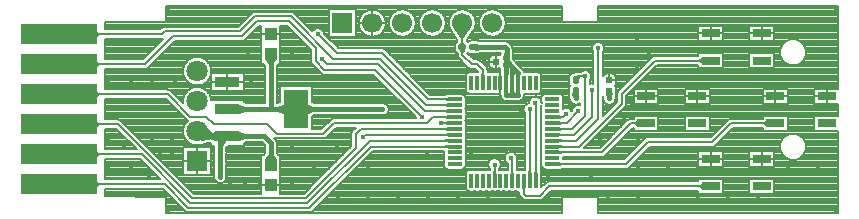
<source format=gbr>
G04 DipTrace 4.3.0.3*
G04 1 - Top.gbr*
%MOIN*%
G04 #@! TF.FileFunction,Copper,L1,Top*
G04 #@! TF.Part,Single*
%AMOUTLINE0*
4,1,28,
-0.005512,0.011417,
0.005512,0.011417,
0.00704,0.011216,
0.008465,0.010626,
0.009688,0.009688,
0.010626,0.008465,
0.011216,0.00704,
0.011417,0.005512,
0.011417,-0.005512,
0.011216,-0.00704,
0.010626,-0.008465,
0.009688,-0.009688,
0.008465,-0.010626,
0.00704,-0.011216,
0.005512,-0.011417,
-0.005512,-0.011417,
-0.00704,-0.011216,
-0.008465,-0.010626,
-0.009688,-0.009688,
-0.010626,-0.008465,
-0.011216,-0.00704,
-0.011417,-0.005512,
-0.011417,0.005512,
-0.011216,0.00704,
-0.010626,0.008465,
-0.009688,0.009688,
-0.008465,0.010626,
-0.00704,0.011216,
-0.005512,0.011417,
0*%
%AMOUTLINE3*
4,1,28,
0.005512,-0.011417,
-0.005512,-0.011417,
-0.00704,-0.011216,
-0.008465,-0.010626,
-0.009688,-0.009688,
-0.010626,-0.008465,
-0.011216,-0.00704,
-0.011417,-0.005512,
-0.011417,0.005512,
-0.011216,0.00704,
-0.010626,0.008465,
-0.009688,0.009688,
-0.008465,0.010626,
-0.00704,0.011216,
-0.005512,0.011417,
0.005512,0.011417,
0.00704,0.011216,
0.008465,0.010626,
0.009688,0.009688,
0.010626,0.008465,
0.011216,0.00704,
0.011417,0.005512,
0.011417,-0.005512,
0.011216,-0.00704,
0.010626,-0.008465,
0.009688,-0.009688,
0.008465,-0.010626,
0.00704,-0.011216,
0.005512,-0.011417,
0*%
%AMOUTLINE6*
4,1,28,
0.011417,0.005512,
0.011417,-0.005512,
0.011216,-0.00704,
0.010626,-0.008465,
0.009688,-0.009688,
0.008465,-0.010626,
0.00704,-0.011216,
0.005512,-0.011417,
-0.005512,-0.011417,
-0.00704,-0.011216,
-0.008465,-0.010626,
-0.009688,-0.009688,
-0.010626,-0.008465,
-0.011216,-0.00704,
-0.011417,-0.005512,
-0.011417,0.005512,
-0.011216,0.00704,
-0.010626,0.008465,
-0.009688,0.009688,
-0.008465,0.010626,
-0.00704,0.011216,
-0.005512,0.011417,
0.005512,0.011417,
0.00704,0.011216,
0.008465,0.010626,
0.009688,0.009688,
0.010626,0.008465,
0.011216,0.00704,
0.011417,0.005512,
0*%
%AMOUTLINE9*
4,1,28,
-0.011417,-0.005512,
-0.011417,0.005512,
-0.011216,0.00704,
-0.010626,0.008465,
-0.009688,0.009688,
-0.008465,0.010626,
-0.00704,0.011216,
-0.005512,0.011417,
0.005512,0.011417,
0.00704,0.011216,
0.008465,0.010626,
0.009688,0.009688,
0.010626,0.008465,
0.011216,0.00704,
0.011417,0.005512,
0.011417,-0.005512,
0.011216,-0.00704,
0.010626,-0.008465,
0.009688,-0.009688,
0.008465,-0.010626,
0.00704,-0.011216,
0.005512,-0.011417,
-0.005512,-0.011417,
-0.00704,-0.011216,
-0.008465,-0.010626,
-0.009688,-0.009688,
-0.010626,-0.008465,
-0.011216,-0.00704,
-0.011417,-0.005512,
0*%
%AMOUTLINE12*
4,1,28,
0.005906,-0.011417,
-0.005906,-0.011417,
-0.007434,-0.011216,
-0.008858,-0.010626,
-0.010081,-0.009688,
-0.01102,-0.008465,
-0.01161,-0.00704,
-0.011811,-0.005512,
-0.011811,0.005512,
-0.01161,0.00704,
-0.01102,0.008465,
-0.010081,0.009688,
-0.008858,0.010626,
-0.007434,0.011216,
-0.005906,0.011417,
0.005906,0.011417,
0.007434,0.011216,
0.008858,0.010626,
0.010081,0.009688,
0.01102,0.008465,
0.01161,0.00704,
0.011811,0.005512,
0.011811,-0.005512,
0.01161,-0.00704,
0.01102,-0.008465,
0.010081,-0.009688,
0.008858,-0.010626,
0.007434,-0.011216,
0.005906,-0.011417,
0*%
%AMOUTLINE15*
4,1,28,
-0.005906,0.011417,
0.005906,0.011417,
0.007434,0.011216,
0.008858,0.010626,
0.010081,0.009688,
0.01102,0.008465,
0.01161,0.00704,
0.011811,0.005512,
0.011811,-0.005512,
0.01161,-0.00704,
0.01102,-0.008465,
0.010081,-0.009688,
0.008858,-0.010626,
0.007434,-0.011216,
0.005906,-0.011417,
-0.005906,-0.011417,
-0.007434,-0.011216,
-0.008858,-0.010626,
-0.010081,-0.009688,
-0.01102,-0.008465,
-0.01161,-0.00704,
-0.011811,-0.005512,
-0.011811,0.005512,
-0.01161,0.00704,
-0.01102,0.008465,
-0.010081,0.009688,
-0.008858,0.010626,
-0.007434,0.011216,
-0.005906,0.011417,
0*%
%AMOUTLINE18*
4,1,28,
-0.011417,-0.005906,
-0.011417,0.005906,
-0.011216,0.007434,
-0.010626,0.008858,
-0.009688,0.010081,
-0.008465,0.01102,
-0.00704,0.01161,
-0.005512,0.011811,
0.005512,0.011811,
0.00704,0.01161,
0.008465,0.01102,
0.009688,0.010081,
0.010626,0.008858,
0.011216,0.007434,
0.011417,0.005906,
0.011417,-0.005906,
0.011216,-0.007434,
0.010626,-0.008858,
0.009688,-0.010081,
0.008465,-0.01102,
0.00704,-0.01161,
0.005512,-0.011811,
-0.005512,-0.011811,
-0.00704,-0.01161,
-0.008465,-0.01102,
-0.009688,-0.010081,
-0.010626,-0.008858,
-0.011216,-0.007434,
-0.011417,-0.005906,
0*%
%AMOUTLINE21*
4,1,28,
0.011417,0.005906,
0.011417,-0.005906,
0.011216,-0.007434,
0.010626,-0.008858,
0.009688,-0.010081,
0.008465,-0.01102,
0.00704,-0.01161,
0.005512,-0.011811,
-0.005512,-0.011811,
-0.00704,-0.01161,
-0.008465,-0.01102,
-0.009688,-0.010081,
-0.010626,-0.008858,
-0.011216,-0.007434,
-0.011417,-0.005906,
-0.011417,0.005906,
-0.011216,0.007434,
-0.010626,0.008858,
-0.009688,0.010081,
-0.008465,0.01102,
-0.00704,0.01161,
-0.005512,0.011811,
0.005512,0.011811,
0.00704,0.01161,
0.008465,0.01102,
0.009688,0.010081,
0.010626,0.008858,
0.011216,0.007434,
0.011417,0.005906,
0*%
%AMOUTLINE24*
4,1,28,
0.002756,-0.024803,
-0.002756,-0.024803,
-0.003571,-0.024696,
-0.004331,-0.024381,
-0.004983,-0.023881,
-0.005484,-0.023228,
-0.005798,-0.022469,
-0.005906,-0.021654,
-0.005906,0.021654,
-0.005798,0.022469,
-0.005484,0.023228,
-0.004983,0.023881,
-0.004331,0.024381,
-0.003571,0.024696,
-0.002756,0.024803,
0.002756,0.024803,
0.003571,0.024696,
0.004331,0.024381,
0.004983,0.023881,
0.005484,0.023228,
0.005798,0.022469,
0.005906,0.021654,
0.005906,-0.021654,
0.005798,-0.022469,
0.005484,-0.023228,
0.004983,-0.023881,
0.004331,-0.024381,
0.003571,-0.024696,
0.002756,-0.024803,
0*%
%AMOUTLINE27*
4,1,28,
0.024803,0.002756,
0.024803,-0.002756,
0.024696,-0.003571,
0.024381,-0.004331,
0.023881,-0.004983,
0.023228,-0.005484,
0.022469,-0.005798,
0.021654,-0.005906,
-0.021654,-0.005906,
-0.022469,-0.005798,
-0.023228,-0.005484,
-0.023881,-0.004983,
-0.024381,-0.004331,
-0.024696,-0.003571,
-0.024803,-0.002756,
-0.024803,0.002756,
-0.024696,0.003571,
-0.024381,0.004331,
-0.023881,0.004983,
-0.023228,0.005484,
-0.022469,0.005798,
-0.021654,0.005906,
0.021654,0.005906,
0.022469,0.005798,
0.023228,0.005484,
0.023881,0.004983,
0.024381,0.004331,
0.024696,0.003571,
0.024803,0.002756,
0*%
%AMOUTLINE30*
4,1,28,
-0.002756,0.024803,
0.002756,0.024803,
0.003571,0.024696,
0.004331,0.024381,
0.004983,0.023881,
0.005484,0.023228,
0.005798,0.022469,
0.005906,0.021654,
0.005906,-0.021654,
0.005798,-0.022469,
0.005484,-0.023228,
0.004983,-0.023881,
0.004331,-0.024381,
0.003571,-0.024696,
0.002756,-0.024803,
-0.002756,-0.024803,
-0.003571,-0.024696,
-0.004331,-0.024381,
-0.004983,-0.023881,
-0.005484,-0.023228,
-0.005798,-0.022469,
-0.005906,-0.021654,
-0.005906,0.021654,
-0.005798,0.022469,
-0.005484,0.023228,
-0.004983,0.023881,
-0.004331,0.024381,
-0.003571,0.024696,
-0.002756,0.024803,
0*%
%AMOUTLINE33*
4,1,28,
-0.024803,-0.002756,
-0.024803,0.002756,
-0.024696,0.003571,
-0.024381,0.004331,
-0.023881,0.004983,
-0.023228,0.005484,
-0.022469,0.005798,
-0.021654,0.005906,
0.021654,0.005906,
0.022469,0.005798,
0.023228,0.005484,
0.023881,0.004983,
0.024381,0.004331,
0.024696,0.003571,
0.024803,0.002756,
0.024803,-0.002756,
0.024696,-0.003571,
0.024381,-0.004331,
0.023881,-0.004983,
0.023228,-0.005484,
0.022469,-0.005798,
0.021654,-0.005906,
-0.021654,-0.005906,
-0.022469,-0.005798,
-0.023228,-0.005484,
-0.023881,-0.004983,
-0.024381,-0.004331,
-0.024696,-0.003571,
-0.024803,-0.002756,
0*%
G04 #@! TA.AperFunction,Conductor*
%ADD15C,0.015748*%
%ADD16C,0.011811*%
G04 #@! TA.AperFunction,CopperBalancing*
%ADD17C,0.007874*%
%ADD18R,0.03937X0.043307*%
%ADD19R,0.255906X0.070866*%
G04 #@! TA.AperFunction,ComponentPad*
%ADD24R,0.066929X0.066929*%
%ADD25C,0.066929*%
%ADD26R,0.070866X0.070866*%
%ADD27C,0.070866*%
%ADD28R,0.059055X0.027559*%
%ADD29R,0.084646X0.037402*%
%ADD30R,0.084646X0.127953*%
G04 #@! TA.AperFunction,ViaPad*
%ADD31C,0.017717*%
%ADD63OUTLINE0*%
%ADD66OUTLINE3*%
%ADD69OUTLINE6*%
%ADD72OUTLINE9*%
%ADD75OUTLINE12*%
%ADD78OUTLINE15*%
%ADD81OUTLINE18*%
%ADD84OUTLINE21*%
%ADD87OUTLINE24*%
%ADD90OUTLINE27*%
%ADD93OUTLINE30*%
%ADD96OUTLINE33*%
%FSLAX26Y26*%
G04*
G70*
G90*
G75*
G01*
G04 Top*
%LPD*%
G36*
X1160278Y742077D2*
X1144530Y734203D1*
X1140298D1*
Y765699D1*
X1144530D1*
X1160278Y757825D1*
Y742077D1*
G37*
G36*
X1272483Y757825D2*
X1288231Y765699D1*
X1292463D1*
Y734203D1*
X1288231D1*
X1272483Y742077D1*
Y757825D1*
G37*
X1102207Y749951D2*
D15*
X1247441D1*
X1330554D1*
G36*
X1239567Y897836D2*
X1231693Y913584D1*
Y915749D1*
X1263189D1*
Y913584D1*
X1255315Y897836D1*
X1239567D1*
G37*
X1247441Y935238D2*
D15*
Y749951D1*
G36*
X1388625Y742077D2*
X1372877Y734203D1*
X1368644D1*
Y765699D1*
X1372877D1*
X1388625Y757825D1*
Y742077D1*
G37*
X1330554Y749951D2*
D15*
X1584941D1*
X1602866D1*
G36*
X2046400Y884371D2*
X2028227Y897580D1*
X2027420Y898387D1*
X2043521Y914488D1*
X2044328Y913681D1*
X2057537Y895508D1*
X2046400Y884371D1*
G37*
X2051969Y837550D2*
D16*
Y870227D1*
D15*
Y889940D1*
X2032911Y908997D1*
G36*
X1949556Y948327D2*
X1928878Y944865D1*
X1927697D1*
Y967537D1*
X1928878D1*
X1949556Y964075D1*
Y948327D1*
G37*
G36*
X2040785Y936163D2*
X2044247Y915484D1*
Y914343D1*
X2021575D1*
Y915484D1*
X2025037Y936163D1*
X2040785D1*
G37*
X1921997Y956201D2*
D15*
X2028692D1*
X2032911Y951982D1*
Y908997D1*
X1602866Y749951D2*
X1619316D1*
G36*
X2024409Y881832D2*
X2021550Y902676D1*
X2021583Y903818D1*
X2044248Y903472D1*
X2044214Y902332D1*
X2040157Y881832D1*
X2024409D1*
G37*
X2032283Y837550D2*
D16*
Y870227D1*
D15*
Y908370D1*
X2032911Y908997D1*
G36*
X2048167Y882606D2*
X2028152Y897580D1*
X2027345Y898387D1*
X2043521Y914563D1*
X2044328Y913756D1*
X2059302Y893741D1*
X2048167Y882606D1*
G37*
X2071654Y837550D2*
D16*
Y870227D1*
D15*
Y870255D1*
X2032911Y908997D1*
G36*
X2057874Y812403D2*
X2058169Y804555D1*
Y803374D1*
X2045768D1*
Y804555D1*
X2046063Y812403D1*
X2057874D1*
G37*
X2051969Y837550D2*
D16*
Y804873D1*
D15*
Y798230D1*
X2032283Y837550D2*
D16*
Y798230D1*
D15*
X2051969D1*
X2071654Y837550D2*
D16*
Y798230D1*
D15*
X2051969D1*
X2069316Y796827D2*
D16*
X2071654Y798230D1*
X2034941Y796827D2*
X2032283Y798230D1*
G36*
X2367692Y786369D2*
X2364269Y803072D1*
Y804214D1*
X2386862D1*
Y803072D1*
X2383440Y786369D1*
X2367692D1*
G37*
X2375566Y809769D2*
D15*
Y786369D1*
G36*
X2255192D2*
X2251774Y802651D1*
Y803832D1*
X2274357D1*
Y802651D1*
X2270940Y786369D1*
X2255192D1*
G37*
X2263066Y809769D2*
D15*
Y786369D1*
G36*
X1070816Y624951D2*
X1070954Y640699D1*
X1071513Y642484D1*
X1097874D1*
X1097315Y640699D1*
X1086564Y624951D1*
X1070816D1*
G37*
X1078690Y524950D2*
D15*
Y568702D1*
Y587453D1*
Y606201D1*
Y624951D1*
Y649950D1*
X1088140Y659400D1*
X1102207D1*
X1078690Y587453D2*
D3*
Y624951D2*
D3*
Y568702D2*
D3*
Y606201D2*
D3*
G36*
X1053516Y651526D2*
X1017554Y645136D1*
X1014231Y646367D1*
X1029759Y693480D1*
X1033081Y692251D1*
X1053516Y667274D1*
Y651526D1*
G37*
G36*
X1044136Y667274D2*
X1059885Y675148D1*
X1064117D1*
Y643652D1*
X1059885D1*
X1044136Y651526D1*
Y667274D1*
G37*
X1001285Y676614D2*
D15*
Y659400D1*
X1102207D1*
G36*
X1255315Y602067D2*
X1263189Y586319D1*
Y584154D1*
X1231693D1*
Y586319D1*
X1239567Y602067D1*
X1255315D1*
G37*
G36*
X1160278Y651526D2*
X1144530Y643652D1*
X1140298D1*
Y675148D1*
X1144530D1*
X1160278Y667274D1*
Y651526D1*
G37*
X1247441Y564665D2*
D15*
Y637451D1*
X1225492Y659400D1*
X1102207D1*
G36*
X2217717Y621802D2*
X2207261Y619885D1*
X2204781D1*
Y631593D1*
X2207261D1*
X2217717Y629676D1*
Y621802D1*
G37*
G36*
X2675861Y916020D2*
X2683735Y919957D1*
X2686688D1*
Y904209D1*
X2683735D1*
X2675861Y908146D1*
Y916020D1*
G37*
X2185039Y625739D2*
D17*
X2273228D1*
X2416190Y768701D1*
Y799951D1*
X2528322Y912083D1*
X2713262D1*
G36*
X2217717Y602117D2*
X2207261Y600199D1*
X2204781D1*
Y611908D1*
X2207261D1*
X2217717Y609991D1*
Y602117D1*
G37*
G36*
X2460236Y706644D2*
X2468110Y710581D1*
X2471063D1*
Y694833D1*
X2468110D1*
X2460236Y698770D1*
Y706644D1*
G37*
X2185039Y606054D2*
D17*
X2350419D1*
X2447072Y702707D1*
X2497638D1*
G36*
X2891487Y706644D2*
X2899361Y710581D1*
X2902314D1*
Y694833D1*
X2899361D1*
X2891487Y698770D1*
Y706644D1*
G37*
G36*
X2217717Y562747D2*
X2207261Y560829D1*
X2204781D1*
Y572538D1*
X2207261D1*
X2217717Y570621D1*
Y562747D1*
G37*
X2928888Y702707D2*
D17*
X2781448D1*
X2719316Y640576D1*
X2503690D1*
X2429798Y566684D1*
X2185039D1*
G36*
X2675861Y497270D2*
X2683735Y501207D1*
X2686688D1*
Y485459D1*
X2683735D1*
X2675861Y489396D1*
Y497270D1*
G37*
G36*
X2087402Y479676D2*
X2085484Y490131D1*
Y492612D1*
X2097193D1*
Y490131D1*
X2095276Y479676D1*
X2087402D1*
G37*
X2713262Y493333D2*
D17*
X2175198D1*
X2144316Y462451D1*
X2097441D1*
X2091339Y468554D1*
Y512353D1*
G36*
X1996850Y545030D2*
X1998768Y534575D1*
Y532094D1*
X1987059D1*
Y534575D1*
X1988976Y545030D1*
X1996850D1*
G37*
X1992913Y565576D2*
D17*
Y512353D1*
G36*
X2055906Y545030D2*
X2057823Y534575D1*
Y532094D1*
X2046114D1*
Y534575D1*
X2048031Y545030D1*
X2055906D1*
G37*
X2047441Y587451D2*
D17*
X2051969D1*
Y512353D1*
G36*
X1827165Y669046D2*
X1837621Y670963D1*
X1840101D1*
Y659255D1*
X1837621D1*
X1827165Y661172D1*
Y669046D1*
G37*
X1555253Y657764D2*
D17*
X1562598Y665109D1*
X1859843D1*
G36*
X1881004Y983908D2*
X1861516Y1013552D1*
Y1016899D1*
X1908366D1*
Y1013552D1*
X1888878Y983908D1*
X1881004D1*
G37*
G36*
X1888878Y975492D2*
X1892999Y967365D1*
X1893029Y966224D1*
X1877375Y966079D1*
X1877345Y967219D1*
X1881004Y975492D1*
X1888878D1*
G37*
X1884941Y1037451D2*
D17*
Y956201D1*
X1885383D1*
G36*
X1881446Y936909D2*
X1877509Y945121D1*
Y946262D1*
X1893257D1*
Y945121D1*
X1889320Y936909D1*
X1881446D1*
G37*
G36*
X1957480Y870227D2*
X1959398Y859772D1*
Y857291D1*
X1947689D1*
Y859772D1*
X1949606Y870227D1*
X1957480D1*
G37*
X1885383Y956201D2*
D17*
Y930760D1*
X1916192Y899951D1*
X1934941D1*
X1953543Y881349D1*
Y837550D1*
G36*
X676403Y896014D2*
X668529Y892077D1*
X655734D1*
Y907825D1*
X668529D1*
X676403Y903888D1*
Y896014D1*
G37*
G36*
X1827165Y708416D2*
X1837621Y710333D1*
X1840101D1*
Y698625D1*
X1837621D1*
X1827165Y700542D1*
Y708416D1*
G37*
X540576Y899951D2*
D17*
X827129D1*
X920879Y993702D1*
X1150567D1*
X1200566Y1043702D1*
X1306816D1*
X1397441Y953076D1*
Y909327D1*
X1425566Y881202D1*
X1594315D1*
X1750566Y724951D1*
X1813119Y704479D2*
X1859843D1*
G36*
X2217717Y661172D2*
X2207261Y659255D1*
X2204781D1*
Y670963D1*
X2207261D1*
X2217717Y669046D1*
Y661172D1*
G37*
X2316190Y815576D2*
D17*
Y724950D1*
X2256349Y665109D1*
X2185039D1*
G36*
X2217717Y720227D2*
X2207261Y718310D1*
X2204781D1*
Y730018D1*
X2207261D1*
X2217717Y728101D1*
Y720227D1*
G37*
X2231815Y734325D2*
D17*
X2221654Y724164D1*
X2185039D1*
G36*
X2217717Y641487D2*
X2207261Y639570D1*
X2204781D1*
Y651278D1*
X2207261D1*
X2217717Y649361D1*
Y641487D1*
G37*
X2338066Y953076D2*
D17*
Y718701D1*
X2264789Y645424D1*
X2185039D1*
G36*
X2217717Y680857D2*
X2207261Y678940D1*
X2204781D1*
Y690648D1*
X2207261D1*
X2217717Y688731D1*
Y680857D1*
G37*
X2294316Y859327D2*
D17*
Y728076D1*
X2251034Y684794D1*
X2185039D1*
G36*
X2276451Y855390D2*
X2274483Y844765D1*
X2273761Y843881D1*
X2263276Y857310D1*
X2263997Y858194D1*
X2276451Y863264D1*
Y855390D1*
G37*
X2263066Y846383D2*
D17*
Y856201D1*
X2266192Y859327D1*
X2294316D1*
G36*
X2217717Y700542D2*
X2207261Y698625D1*
X2204781D1*
Y710333D1*
X2207261D1*
X2217717Y708416D1*
Y700542D1*
G37*
X2272442Y743702D2*
D17*
X2233219Y704479D1*
X2185039D1*
G36*
X2134646Y545030D2*
X2136563Y534575D1*
Y532094D1*
X2124854D1*
Y534575D1*
X2126772Y545030D1*
X2134646D1*
G37*
X2128692Y771825D2*
D17*
X2130709Y769808D1*
Y512353D1*
G36*
X2113878Y545030D2*
X2116804Y534882D1*
X2110398Y531240D1*
X2105375Y531797D1*
X2105129Y534264D1*
X2106004Y545030D1*
X2113878D1*
G37*
X2109941Y749951D2*
D17*
Y513436D1*
X2111024Y512353D1*
G36*
X676403Y696014D2*
X668529Y692077D1*
X655734D1*
Y707825D1*
X668529D1*
X676403Y703888D1*
Y696014D1*
G37*
G36*
X1827165Y688731D2*
X1837621Y690648D1*
X1840101D1*
Y678940D1*
X1837621D1*
X1827165Y680857D1*
Y688731D1*
G37*
X540576Y699951D2*
D17*
X738066D1*
X984941Y453076D1*
X1363677D1*
X1531816Y621215D1*
Y668091D1*
X1548520Y684794D1*
X1859843D1*
G36*
X1827165Y747786D2*
X1837621Y749703D1*
X1840101D1*
Y737995D1*
X1837621D1*
X1827165Y739912D1*
Y747786D1*
G37*
X1859843Y743849D2*
D17*
X1759793D1*
X1603690Y899951D1*
X1434941D1*
X1416190Y918702D1*
G36*
X1827165Y767471D2*
X1837621Y769388D1*
X1840101D1*
Y757680D1*
X1837621D1*
X1827165Y759597D1*
Y767471D1*
G37*
G36*
X676403Y996014D2*
X668529Y992077D1*
X655734D1*
Y1007825D1*
X668529D1*
X676403Y1003888D1*
Y996014D1*
G37*
X1859843Y763534D2*
D17*
X1765108D1*
X1609941Y918701D1*
X1453692D1*
X1313066Y1059327D1*
X1194316D1*
X1144316Y1009327D1*
X894316D1*
X884941Y999951D1*
X540576D1*
G36*
X1827165Y649361D2*
X1837621Y651278D1*
X1840101D1*
Y639570D1*
X1837621D1*
X1827165Y641487D1*
Y649361D1*
G37*
G36*
X676403Y596014D2*
X668529Y592077D1*
X655734D1*
Y607825D1*
X668529D1*
X676403Y603888D1*
Y596014D1*
G37*
X1859843Y645424D2*
D17*
X1577289D1*
X1369316Y437451D1*
X978690D1*
X816190Y599951D1*
X540576D1*
G36*
X1827165Y787156D2*
X1837621Y789073D1*
X1840101D1*
Y777365D1*
X1837621D1*
X1827165Y779282D1*
Y787156D1*
G37*
X1859843Y783219D2*
D17*
X1770423D1*
X1616190Y937451D1*
X1466190D1*
X1403690Y999951D1*
G36*
X676403Y796014D2*
X668529Y792077D1*
X655734D1*
Y807825D1*
X668529D1*
X676403Y803888D1*
Y796014D1*
G37*
G36*
X1827165Y728101D2*
X1837621Y730018D1*
X1840101D1*
Y718310D1*
X1837621D1*
X1827165Y720227D1*
Y728101D1*
G37*
X540576Y799951D2*
D17*
X903692D1*
X978692Y724951D1*
X1031816D1*
X1056816Y699951D1*
X1234941D1*
X1266190Y668702D1*
X1422441D1*
X1458218Y704479D1*
X1767593D1*
X1787278Y724164D1*
X1859843D1*
G36*
X1827165Y629676D2*
X1837621Y631593D1*
X1840101D1*
Y619885D1*
X1837621D1*
X1827165Y621802D1*
Y629676D1*
G37*
G36*
X676403Y496014D2*
X668529Y492077D1*
X655734D1*
Y507825D1*
X668529D1*
X676403Y503888D1*
Y496014D1*
G37*
X1859843Y625739D2*
D17*
X1579478D1*
X1375566Y421827D1*
X972441D1*
X894316Y499951D1*
X540576D1*
D31*
X1602866Y749951D3*
D3*
X2051969Y798230D3*
D3*
D3*
X2375566Y786369D3*
X2263066D3*
X1078690Y524950D3*
X1992913Y565576D3*
X2047441Y587451D3*
X1555253Y657764D3*
X1750566Y724951D3*
X1813119Y704479D3*
X2316190Y815576D3*
X2231815Y734325D3*
X2338066Y953076D3*
X2294316Y859327D3*
D3*
X2272442Y743702D3*
X2128692Y771825D3*
X2109941Y749951D3*
X1416190Y918702D3*
X1403690Y999951D3*
X1078690Y587453D3*
Y624951D3*
Y568702D3*
Y606201D3*
X1584941Y749951D3*
X1619316D3*
X2069316Y796827D3*
X2034941D3*
X2466192Y893702D3*
X2425566Y721827D3*
X2450566Y762451D3*
X2366192D3*
X3131816Y412451D3*
Y1087451D3*
X903690Y412451D3*
Y1087451D3*
X1913066Y784327D3*
X2091192Y587451D3*
X1913066Y606201D3*
X2081816Y743702D3*
X1172441Y940576D3*
X928690Y968702D3*
X781816Y846827D3*
X1181816D3*
X1459941Y806201D3*
X1606816D3*
X850566Y846827D3*
X1766192Y606201D3*
X1956816Y915576D3*
X1466192Y628076D3*
X1316192Y496827D3*
Y628076D3*
X850566Y749951D3*
X1159941Y612451D3*
Y496827D3*
X2172441Y1049951D3*
X3072441Y549951D3*
X2872441Y449951D3*
X2472441Y1049951D3*
X2672441D3*
X2772441D3*
X2872441D3*
X756816Y628076D3*
X3072441Y849951D3*
X2872441D3*
X2672441D3*
X2244316Y762451D3*
X2172441Y849951D3*
Y949951D3*
X2672441Y449951D3*
X2472441D3*
X850566Y649951D3*
X2072441Y449951D3*
X1872441D3*
X1672441D3*
X1472441D3*
X1572441Y549951D3*
X919316Y649951D3*
X2372441Y1049951D3*
X2972441Y549951D3*
Y849951D3*
X2772441D3*
Y749951D3*
X2572441Y549951D3*
X2472441D3*
X2672441D3*
X2472441Y649951D3*
X2772441Y449951D3*
X878690Y599951D3*
X2372441Y449951D3*
X2172441D3*
X1972441D3*
X1772441D3*
X1572441D3*
X919316Y599951D3*
X850566Y968702D3*
X2344316Y646827D3*
X2506816Y853076D3*
X2466192Y981201D3*
X2506816Y937451D3*
X781816Y468701D3*
Y1028076D3*
Y946827D3*
Y749951D3*
X919316D3*
X781816Y549951D3*
X841192Y524951D3*
X928690Y846827D3*
X703690Y1028076D3*
Y946827D3*
Y846827D3*
Y749951D3*
Y649951D3*
Y549951D3*
Y468702D3*
X2172441Y531201D3*
X2313066D3*
X1209941Y612451D3*
Y496827D3*
X1109941Y612451D3*
Y496827D3*
X1391192Y562451D3*
X1006816Y968702D3*
X1084941D3*
X1319316Y940576D3*
X1291192Y1021827D3*
X1663066Y724951D3*
X897545Y1086657D2*
D17*
X2216098D1*
X2338159D2*
X3137004D1*
X897545Y1078915D2*
X1438723D1*
X1531164D2*
X1565576D1*
X1604299D2*
X1665579D1*
X1704301D2*
X1765580D1*
X1804302D2*
X1865581D1*
X1904303D2*
X1965583D1*
X2004306D2*
X2216098D1*
X2338159D2*
X3137004D1*
X897552Y1071172D2*
X1182911D1*
X1324471D2*
X1438723D1*
X1531164D2*
X1553703D1*
X1616180D2*
X1653706D1*
X1716173D2*
X1753707D1*
X1816175D2*
X1853709D1*
X1916176D2*
X1953702D1*
X2016178D2*
X2216098D1*
X2338159D2*
X3137004D1*
X897552Y1063429D2*
X1175136D1*
X1332245D2*
X1438723D1*
X1531164D2*
X1546883D1*
X1623000D2*
X1646878D1*
X1723001D2*
X1746879D1*
X1823003D2*
X1846881D1*
X1923004D2*
X1946882D1*
X2022999D2*
X2216098D1*
X2338151D2*
X3137004D1*
X897552Y1055686D2*
X1167392D1*
X1339990D2*
X1438723D1*
X1531164D2*
X1542539D1*
X1627345D2*
X1642541D1*
X1727339D2*
X1742542D1*
X1827340D2*
X1842543D1*
X1927341D2*
X1942537D1*
X2027343D2*
X2216098D1*
X2338151D2*
X3137004D1*
X897560Y1047944D2*
X1159650D1*
X1347732D2*
X1438723D1*
X1531164D2*
X1539948D1*
X1629936D2*
X1639949D1*
X1729929D2*
X1739950D1*
X1829932D2*
X1839953D1*
X1929933D2*
X1939946D1*
X2029934D2*
X2216098D1*
X2338151D2*
X3137004D1*
X693705Y1040201D2*
X1151907D1*
X1355475D2*
X1438723D1*
X1531164D2*
X1538802D1*
X1631081D2*
X1638803D1*
X1731075D2*
X1738804D1*
X1831077D2*
X1838807D1*
X1931079D2*
X1938801D1*
X2031080D2*
X3137004D1*
X693705Y1032458D2*
X1144163D1*
X1363219D2*
X1438723D1*
X1531164D2*
X1538993D1*
X1630890D2*
X1638996D1*
X1730883D2*
X1738997D1*
X1830885D2*
X1838999D1*
X1930886D2*
X1938992D1*
X2030888D2*
X3137004D1*
X693705Y1024715D2*
X889503D1*
X1204862D2*
X1214999D1*
X1279881D2*
X1302520D1*
X1370962D2*
X1438723D1*
X1531164D2*
X1540539D1*
X1629336D2*
X1640541D1*
X1729337D2*
X1740543D1*
X1829339D2*
X1840545D1*
X1929341D2*
X1940546D1*
X2029343D2*
X2670976D1*
X2755543D2*
X2841651D1*
X2926219D2*
X3137004D1*
X693705Y1016972D2*
X878684D1*
X1197118D2*
X1214999D1*
X1279881D2*
X1310264D1*
X1378698D2*
X1390903D1*
X1416476D2*
X1438723D1*
X1531164D2*
X1543600D1*
X1626283D2*
X1643594D1*
X1726285D2*
X1743596D1*
X1826286D2*
X1843597D1*
X1926287D2*
X1943598D1*
X2026282D2*
X2670976D1*
X2755543D2*
X2841651D1*
X2926219D2*
X3137004D1*
X1189375Y1009230D2*
X1214999D1*
X1279881D2*
X1318007D1*
X1423119D2*
X1438723D1*
X1531164D2*
X1548552D1*
X1621331D2*
X1648546D1*
X1721333D2*
X1748547D1*
X1821335D2*
X1848549D1*
X1921336D2*
X1948551D1*
X2021329D2*
X2670976D1*
X2755543D2*
X2841651D1*
X2926219D2*
X3137004D1*
X1181633Y1001487D2*
X1214999D1*
X1279881D2*
X1325749D1*
X1425434D2*
X1438723D1*
X1531164D2*
X1556395D1*
X1613488D2*
X1656390D1*
X1713490D2*
X1756391D1*
X1813491D2*
X1854339D1*
X1915546D2*
X1956394D1*
X2013487D2*
X2670976D1*
X2755543D2*
X2841651D1*
X2926219D2*
X3137004D1*
X1173888Y993744D2*
X1214999D1*
X1279881D2*
X1333493D1*
X1433177D2*
X1438723D1*
X1531164D2*
X1571751D1*
X1598133D2*
X1671753D1*
X1698134D2*
X1771755D1*
X1798127D2*
X1859429D1*
X1910455D2*
X1971749D1*
X1998131D2*
X2670976D1*
X2755543D2*
X2841651D1*
X2926219D2*
X3137004D1*
X1166146Y986001D2*
X1214999D1*
X1279881D2*
X1341236D1*
X1440921D2*
X1864520D1*
X1905365D2*
X2670976D1*
X2755543D2*
X2841651D1*
X2926219D2*
X3137004D1*
X693705Y978259D2*
X882152D1*
X1155157D2*
X1214999D1*
X1279881D2*
X1348979D1*
X1448664D2*
X1868249D1*
X1901681D2*
X1908542D1*
X1938106D2*
X2670976D1*
X2755543D2*
X2841651D1*
X2926219D2*
X2965706D1*
X3009196D2*
X3137004D1*
X693705Y970516D2*
X874408D1*
X920975D2*
X1214999D1*
X1279881D2*
X1356723D1*
X1456408D2*
X1863136D1*
X2043222D2*
X2325896D1*
X2350239D2*
X2955471D1*
X3019438D2*
X3137004D1*
X693705Y962773D2*
X866665D1*
X913231D2*
X1214999D1*
X1279881D2*
X1364466D1*
X1464151D2*
X1860844D1*
X2050350D2*
X2318845D1*
X2357282D2*
X2949420D1*
X3025482D2*
X3137004D1*
X693705Y955030D2*
X858929D1*
X905488D2*
X1214999D1*
X1279881D2*
X1372210D1*
X1471894D2*
X1860814D1*
X2053303D2*
X2316546D1*
X2359589D2*
X2945659D1*
X3029243D2*
X3137004D1*
X693705Y947287D2*
X851186D1*
X897744D2*
X1214999D1*
X1279881D2*
X1379945D1*
X1629636D2*
X1861144D1*
X2053541D2*
X2317276D1*
X2358860D2*
X2943591D1*
X3031311D2*
X3137004D1*
X693705Y939545D2*
X843444D1*
X890001D2*
X1214999D1*
X1279881D2*
X1380745D1*
X1637379D2*
X1864713D1*
X2053541D2*
X2321374D1*
X2354761D2*
X2942969D1*
X3031941D2*
X3137004D1*
X693705Y931802D2*
X835699D1*
X882259D2*
X1214999D1*
X1279881D2*
X1380745D1*
X1645122D2*
X1868688D1*
X1907626D2*
X1985475D1*
X2007119D2*
X2011381D1*
X2054441D2*
X2321374D1*
X2354761D2*
X2670976D1*
X2755543D2*
X2841651D1*
X2926219D2*
X2943722D1*
X3031180D2*
X3137004D1*
X693705Y924059D2*
X827957D1*
X874514D2*
X1214999D1*
X1279881D2*
X1380745D1*
X1652866D2*
X1870172D1*
X1915369D2*
X1974887D1*
X2055732D2*
X2321374D1*
X2354761D2*
X2517064D1*
X2755543D2*
X2841651D1*
X2926219D2*
X2945944D1*
X3028966D2*
X3137004D1*
X693705Y916316D2*
X820214D1*
X866772D2*
X974602D1*
X1027966D2*
X1214999D1*
X1279881D2*
X1380745D1*
X1660609D2*
X1876546D1*
X1923105D2*
X1972219D1*
X2058147D2*
X2321374D1*
X2354761D2*
X2509274D1*
X2755543D2*
X2841651D1*
X2926219D2*
X2949881D1*
X3025021D2*
X3137004D1*
X859028Y908573D2*
X965491D1*
X1037077D2*
X1214999D1*
X1279881D2*
X1380768D1*
X1668353D2*
X1884290D1*
X1949602D2*
X1972126D1*
X2063937D2*
X2321374D1*
X2354761D2*
X2501531D1*
X2755543D2*
X2841651D1*
X2926219D2*
X2956209D1*
X3018699D2*
X3137004D1*
X851293Y900831D2*
X959747D1*
X1042822D2*
X1223903D1*
X1270984D2*
X1383206D1*
X1676096D2*
X1892033D1*
X1957345D2*
X1972319D1*
X2069928D2*
X2321374D1*
X2354761D2*
X2493787D1*
X2755543D2*
X2841651D1*
X2926219D2*
X2967105D1*
X3007797D2*
X3137004D1*
X843550Y893088D2*
X956047D1*
X1046521D2*
X1226810D1*
X1268070D2*
X1390395D1*
X1683831D2*
X1899776D1*
X1965089D2*
X1975455D1*
X2077671D2*
X2321374D1*
X2354761D2*
X2486045D1*
X2532610D2*
X2670976D1*
X2755543D2*
X2841651D1*
X2926219D2*
X3137004D1*
X834214Y885345D2*
X953909D1*
X1048665D2*
X1226810D1*
X1268070D2*
X1398138D1*
X1691575D2*
X1909112D1*
X1969726D2*
X2011058D1*
X2085413D2*
X2321374D1*
X2354761D2*
X2478301D1*
X2524867D2*
X3137004D1*
X693705Y877602D2*
X953102D1*
X1049466D2*
X1226810D1*
X1268070D2*
X1405882D1*
X1699318D2*
X1934009D1*
X1970234D2*
X2011651D1*
X2090874D2*
X2283542D1*
X2305094D2*
X2321374D1*
X2354761D2*
X2470558D1*
X2517123D2*
X3137004D1*
X693705Y869860D2*
X953580D1*
X1157287D2*
X1226810D1*
X1268070D2*
X1413625D1*
X1707062D2*
X1899907D1*
X2144976D2*
X2253446D1*
X2313068D2*
X2321374D1*
X2354761D2*
X2462815D1*
X2509381D2*
X3137004D1*
X693705Y862117D2*
X955364D1*
X1157287D2*
X1226810D1*
X1268070D2*
X1590121D1*
X1714804D2*
X1895793D1*
X2149091D2*
X2241835D1*
X2315744D2*
X2321374D1*
X2396530D2*
X2455071D1*
X2501636D2*
X3137004D1*
X693705Y854374D2*
X958639D1*
X1157287D2*
X1226810D1*
X1268070D2*
X1597865D1*
X1722547D2*
X1895509D1*
X2149367D2*
X2239013D1*
X2315337D2*
X2321374D1*
X2399567D2*
X2447328D1*
X2493894D2*
X3137004D1*
X693705Y846631D2*
X963783D1*
X1038785D2*
X1047130D1*
X1157287D2*
X1226810D1*
X1268070D2*
X1605608D1*
X1730291D2*
X1895509D1*
X2149367D2*
X2238890D1*
X2311615D2*
X2321374D1*
X2399736D2*
X2439592D1*
X2486151D2*
X3137004D1*
X693705Y838888D2*
X971795D1*
X1030773D2*
X1047130D1*
X1157287D2*
X1226810D1*
X1268070D2*
X1613344D1*
X1738034D2*
X1895509D1*
X2149367D2*
X2238966D1*
X2311008D2*
X2321374D1*
X2399629D2*
X2431849D1*
X2478407D2*
X3137004D1*
X693705Y831146D2*
X987098D1*
X1015470D2*
X1047130D1*
X1157287D2*
X1226810D1*
X1268070D2*
X1621087D1*
X1745778D2*
X1895509D1*
X2149367D2*
X2241520D1*
X2396861D2*
X2424106D1*
X2470664D2*
X3137004D1*
X693705Y823403D2*
X992903D1*
X1009673D2*
X1047130D1*
X1157287D2*
X1226810D1*
X1268070D2*
X1275476D1*
X1385634D2*
X1628831D1*
X1753521D2*
X1895509D1*
X2149367D2*
X2240651D1*
X2397791D2*
X2416362D1*
X2462921D2*
X3137004D1*
X906972Y815660D2*
X973618D1*
X1028950D2*
X1047130D1*
X1157287D2*
X1226810D1*
X1268070D2*
X1275476D1*
X1385634D2*
X1636573D1*
X1761264D2*
X1895516D1*
X2149367D2*
X2238890D1*
X2399736D2*
X2408619D1*
X2539923D2*
X2626024D1*
X2710591D2*
X2886604D1*
X2971172D2*
X3057272D1*
X919007Y807917D2*
X964899D1*
X1037669D2*
X1226810D1*
X1268070D2*
X1275476D1*
X1385634D2*
X1644316D1*
X1769008D2*
X1897793D1*
X2147091D2*
X2238890D1*
X2447434D2*
X2455356D1*
X2539923D2*
X2626024D1*
X2710591D2*
X2886604D1*
X2971172D2*
X3057272D1*
X926749Y800175D2*
X959362D1*
X1043206D2*
X1226810D1*
X1268070D2*
X1275476D1*
X1385634D2*
X1652060D1*
X1776751D2*
X1831017D1*
X1887471D2*
X2011751D1*
X2092188D2*
X2157412D1*
X2212667D2*
X2239274D1*
X2439698D2*
X2455356D1*
X2539923D2*
X2626024D1*
X2710591D2*
X2886604D1*
X2971172D2*
X3057272D1*
X934492Y792432D2*
X955810D1*
X1046759D2*
X1226810D1*
X1268070D2*
X1275476D1*
X1385634D2*
X1659803D1*
X1895953D2*
X2012520D1*
X2091420D2*
X2124886D1*
X2132504D2*
X2148930D1*
X2221148D2*
X2240904D1*
X2432886D2*
X2455356D1*
X2539923D2*
X2626024D1*
X2710591D2*
X2886604D1*
X2971172D2*
X3057272D1*
X942236Y784689D2*
X953787D1*
X1048781D2*
X1226810D1*
X1268070D2*
X1275476D1*
X1385634D2*
X1667547D1*
X1897399D2*
X2016995D1*
X2087029D2*
X2111521D1*
X2222601D2*
X2241520D1*
X2432886D2*
X2455356D1*
X2539923D2*
X2626024D1*
X2710591D2*
X2886604D1*
X2971172D2*
X3057272D1*
X693705Y776946D2*
X903413D1*
X1157287D2*
X1226810D1*
X1268070D2*
X1275476D1*
X1385634D2*
X1675290D1*
X1896983D2*
X2027945D1*
X2041937D2*
X2062324D1*
X2076310D2*
X2107715D1*
X2222186D2*
X2243703D1*
X2394923D2*
X2399500D1*
X2432886D2*
X2455356D1*
X2539923D2*
X2626024D1*
X2710591D2*
X2886604D1*
X2971172D2*
X3057272D1*
X693705Y769203D2*
X911156D1*
X1628052D2*
X1683033D1*
X1897122D2*
X2101210D1*
X2222318D2*
X2250486D1*
X2354761D2*
X2362982D1*
X2388148D2*
X2393409D1*
X2432886D2*
X2455356D1*
X2539923D2*
X2626024D1*
X2710591D2*
X2886604D1*
X2971172D2*
X3057272D1*
X693705Y761461D2*
X918900D1*
X1637463D2*
X1690777D1*
X1897399D2*
X2091798D1*
X2222601D2*
X2260774D1*
X2354761D2*
X2385667D1*
X2431140D2*
X3137004D1*
X693705Y753718D2*
X926643D1*
X1640585D2*
X1698520D1*
X1895654D2*
X2088668D1*
X2240196D2*
X2253392D1*
X2354761D2*
X2377923D1*
X2424488D2*
X3137004D1*
X693705Y745975D2*
X934387D1*
X1640547D2*
X1706262D1*
X1897399D2*
X2088706D1*
X2354761D2*
X2370180D1*
X2416745D2*
X3137004D1*
X693705Y738232D2*
X942130D1*
X1637318D2*
X1714007D1*
X1897130D2*
X2091936D1*
X2354761D2*
X2362444D1*
X2409003D2*
X3137004D1*
X693705Y730490D2*
X949873D1*
X1627521D2*
X1721749D1*
X1896976D2*
X2093251D1*
X2401259D2*
X3137004D1*
X693705Y722747D2*
X957617D1*
X1385634D2*
X1729070D1*
X1897399D2*
X2093251D1*
X2393516D2*
X2455356D1*
X2539923D2*
X2626024D1*
X2710591D2*
X2886604D1*
X2971172D2*
X3057272D1*
X743993Y715004D2*
X965360D1*
X1385634D2*
X1445459D1*
X1895976D2*
X2093251D1*
X2385772D2*
X2436193D1*
X2539923D2*
X2626024D1*
X2710591D2*
X2770570D1*
X2971172D2*
X3057272D1*
X754037Y707261D2*
X964337D1*
X1385634D2*
X1437717D1*
X1897399D2*
X2093251D1*
X2378029D2*
X2428343D1*
X2539923D2*
X2626024D1*
X2710591D2*
X2762719D1*
X2971172D2*
X3057272D1*
X761780Y699518D2*
X959000D1*
X1385634D2*
X1429972D1*
X1897238D2*
X2093251D1*
X2370286D2*
X2420600D1*
X2539923D2*
X2626024D1*
X2710591D2*
X2754976D1*
X2971172D2*
X3057272D1*
X769522Y691776D2*
X955587D1*
X1385634D2*
X1422230D1*
X1896799D2*
X2093251D1*
X2362550D2*
X2412856D1*
X2539923D2*
X2626024D1*
X2710591D2*
X2747232D1*
X2971172D2*
X3057272D1*
X693705Y684033D2*
X730701D1*
X777266D2*
X953680D1*
X1461052D2*
X1524476D1*
X1897399D2*
X2093251D1*
X2354807D2*
X2405113D1*
X2539923D2*
X2626024D1*
X2710591D2*
X2739490D1*
X2786055D2*
X2886604D1*
X2971172D2*
X3057272D1*
X693705Y676290D2*
X738444D1*
X785009D2*
X953094D1*
X1453308D2*
X1517402D1*
X1896268D2*
X2093251D1*
X2347063D2*
X2397377D1*
X2443936D2*
X2731745D1*
X2778312D2*
X3137004D1*
X693705Y668547D2*
X746186D1*
X792753D2*
X953787D1*
X1445566D2*
X1515134D1*
X1897383D2*
X2093251D1*
X2339320D2*
X2389634D1*
X2436192D2*
X2724003D1*
X2770568D2*
X2983638D1*
X2991264D2*
X3137004D1*
X693705Y660804D2*
X753930D1*
X800496D2*
X955810D1*
X1437823D2*
X1515126D1*
X1897322D2*
X2093251D1*
X2331577D2*
X2381891D1*
X2428449D2*
X2716268D1*
X2762825D2*
X2961676D1*
X3013226D2*
X3137004D1*
X693705Y653062D2*
X761673D1*
X808239D2*
X959362D1*
X1426119D2*
X1515126D1*
X1896592D2*
X2093251D1*
X2323833D2*
X2374147D1*
X2420706D2*
X2493050D1*
X2755081D2*
X2953202D1*
X3021699D2*
X3137004D1*
X693705Y645319D2*
X769417D1*
X815983D2*
X964899D1*
X1266448D2*
X1515126D1*
X1897399D2*
X2093251D1*
X2316091D2*
X2366404D1*
X2412962D2*
X2485152D1*
X2747339D2*
X2947997D1*
X3026904D2*
X3137004D1*
X693705Y637576D2*
X777160D1*
X823726D2*
X973610D1*
X1159925D2*
X1218466D1*
X1268070D2*
X1515126D1*
X1896522D2*
X2093251D1*
X2308346D2*
X2358660D1*
X2405219D2*
X2477409D1*
X2739596D2*
X2944829D1*
X3030072D2*
X3137004D1*
X693705Y629833D2*
X784903D1*
X831462D2*
X992849D1*
X1009719D2*
X1047130D1*
X1157287D2*
X1226210D1*
X1268070D2*
X1515126D1*
X1897345D2*
X2093251D1*
X2300604D2*
X2350917D1*
X2397483D2*
X2469665D1*
X2731852D2*
X2943238D1*
X3031664D2*
X3137004D1*
X693705Y622091D2*
X792647D1*
X839205D2*
X953094D1*
X1049474D2*
X1057272D1*
X1100109D2*
X1226810D1*
X1268070D2*
X1509412D1*
X1897375D2*
X2093251D1*
X2292861D2*
X2343175D1*
X2389740D2*
X2461923D1*
X2508488D2*
X2943060D1*
X3031849D2*
X3137004D1*
X846948Y614348D2*
X953094D1*
X1049474D2*
X1058064D1*
X1099324D2*
X1226810D1*
X1268070D2*
X1501669D1*
X1896353D2*
X2093251D1*
X2381996D2*
X2454180D1*
X2500745D2*
X2944268D1*
X3030634D2*
X3137004D1*
X854692Y606605D2*
X953094D1*
X1049474D2*
X1057080D1*
X1100301D2*
X1226810D1*
X1268070D2*
X1493927D1*
X1583622D2*
X1822282D1*
X1897399D2*
X2038471D1*
X2056409D2*
X2093251D1*
X2374253D2*
X2446436D1*
X2493001D2*
X2670976D1*
X2755543D2*
X2841651D1*
X2926219D2*
X2946997D1*
X3027904D2*
X3137004D1*
X862434Y598862D2*
X953094D1*
X1049474D2*
X1058064D1*
X1099324D2*
X1223795D1*
X1271084D2*
X1486182D1*
X1575879D2*
X1822950D1*
X1896738D2*
X2029228D1*
X2065652D2*
X2093251D1*
X2366510D2*
X2438693D1*
X2485259D2*
X2670976D1*
X2755543D2*
X2841651D1*
X2926219D2*
X2951604D1*
X3023298D2*
X3137004D1*
X870178Y591119D2*
X953094D1*
X1049474D2*
X1057403D1*
X1099978D2*
X1214999D1*
X1279881D2*
X1478440D1*
X1568143D2*
X1822412D1*
X1897268D2*
X2026152D1*
X2068728D2*
X2093251D1*
X2356676D2*
X2430949D1*
X2477516D2*
X2670976D1*
X2755543D2*
X2841651D1*
X2926219D2*
X2959000D1*
X3015902D2*
X3137004D1*
X693705Y583377D2*
X809487D1*
X877921D2*
X953094D1*
X1049474D2*
X1057479D1*
X1099900D2*
X1214999D1*
X1279881D2*
X1470697D1*
X1560400D2*
X1822282D1*
X1897399D2*
X1981315D1*
X2004513D2*
X2026230D1*
X2068659D2*
X2093251D1*
X2222594D2*
X2423206D1*
X2469772D2*
X2670976D1*
X2755543D2*
X2841651D1*
X2926219D2*
X2973203D1*
X3001706D2*
X3137004D1*
X693705Y575634D2*
X817230D1*
X885664D2*
X953094D1*
X1049474D2*
X1058064D1*
X1099324D2*
X1214999D1*
X1279881D2*
X1462953D1*
X1552656D2*
X1823612D1*
X1896076D2*
X1973887D1*
X2011941D2*
X2029505D1*
X2068659D2*
X2093251D1*
X2462029D2*
X2670976D1*
X2755543D2*
X2841651D1*
X2926219D2*
X3137004D1*
X693705Y567891D2*
X824972D1*
X893408D2*
X953094D1*
X1049474D2*
X1057094D1*
X1100285D2*
X1214999D1*
X1279881D2*
X1455210D1*
X1544913D2*
X1822282D1*
X1897399D2*
X1971427D1*
X2014402D2*
X2035273D1*
X2068659D2*
X2093251D1*
X2454285D2*
X2670976D1*
X2755543D2*
X2841651D1*
X2926219D2*
X3137004D1*
X693705Y560148D2*
X832709D1*
X901151D2*
X953094D1*
X1049474D2*
X1058064D1*
X1099324D2*
X1214999D1*
X1279881D2*
X1447466D1*
X1537171D2*
X1822766D1*
X1896921D2*
X1972018D1*
X2013810D2*
X2035273D1*
X2068659D2*
X2093251D1*
X2446542D2*
X2670976D1*
X2755543D2*
X2841651D1*
X2926219D2*
X3137004D1*
X693705Y552406D2*
X840451D1*
X908895D2*
X953094D1*
X1049474D2*
X1058064D1*
X1099324D2*
X1214999D1*
X1279881D2*
X1439723D1*
X1529427D2*
X1827610D1*
X1892070D2*
X1975995D1*
X2009835D2*
X2035273D1*
X2068659D2*
X2093251D1*
X2147399D2*
X2152814D1*
X2437592D2*
X3137004D1*
X693705Y544663D2*
X848196D1*
X916638D2*
X953094D1*
X1049474D2*
X1058064D1*
X1099324D2*
X1214999D1*
X1279881D2*
X1431980D1*
X1521684D2*
X1899907D1*
X2147668D2*
X3137004D1*
X693705Y536920D2*
X855938D1*
X924381D2*
X953094D1*
X1049474D2*
X1058064D1*
X1099324D2*
X1214999D1*
X1279881D2*
X1424236D1*
X1513940D2*
X1895793D1*
X2149091D2*
X3137004D1*
X693705Y529177D2*
X863682D1*
X932125D2*
X1057510D1*
X1099870D2*
X1214999D1*
X1279881D2*
X1416493D1*
X1506197D2*
X1895509D1*
X2149367D2*
X3137004D1*
X693705Y521434D2*
X871425D1*
X939867D2*
X1057371D1*
X1100008D2*
X1214999D1*
X1279881D2*
X1408757D1*
X1498454D2*
X1895509D1*
X2149367D2*
X3137004D1*
X947604Y513692D2*
X1060378D1*
X1097001D2*
X1214999D1*
X1279881D2*
X1401014D1*
X1490710D2*
X1895509D1*
X2149367D2*
X2670976D1*
X2755543D2*
X2841651D1*
X2926219D2*
X3137004D1*
X955346Y505949D2*
X1069375D1*
X1088005D2*
X1214999D1*
X1279881D2*
X1393270D1*
X1482967D2*
X1895509D1*
X2149367D2*
X2164724D1*
X2755543D2*
X2841651D1*
X2926219D2*
X3137004D1*
X963089Y498206D2*
X1214999D1*
X1279881D2*
X1385528D1*
X1475224D2*
X1895509D1*
X2149367D2*
X2156789D1*
X2755543D2*
X2841651D1*
X2926219D2*
X3137004D1*
X970833Y490463D2*
X1214999D1*
X1279881D2*
X1377785D1*
X1467480D2*
X1895516D1*
X2755543D2*
X2841651D1*
X2926219D2*
X3137004D1*
X693705Y482720D2*
X888265D1*
X978576D2*
X1214999D1*
X1279881D2*
X1370041D1*
X1459738D2*
X1897793D1*
X2755543D2*
X2841651D1*
X2926219D2*
X3137004D1*
X693705Y474978D2*
X896008D1*
X986320D2*
X1214999D1*
X1279881D2*
X1362298D1*
X1452001D2*
X2074643D1*
X2180125D2*
X2670976D1*
X2755543D2*
X2841651D1*
X2926219D2*
X3137004D1*
X693705Y467235D2*
X903752D1*
X1444259D2*
X2074703D1*
X2172382D2*
X3137004D1*
X693705Y459492D2*
X911495D1*
X1436514D2*
X2077480D1*
X2164638D2*
X3137004D1*
X897560Y451749D2*
X919239D1*
X1428772D2*
X2084862D1*
X2156895D2*
X2216098D1*
X2338151D2*
X3137004D1*
X897552Y444007D2*
X926982D1*
X1421029D2*
X2216098D1*
X2338151D2*
X3137004D1*
X897552Y436264D2*
X934724D1*
X1413285D2*
X2216098D1*
X2338151D2*
X3137004D1*
X897552Y428521D2*
X942469D1*
X1405542D2*
X2216098D1*
X2338159D2*
X3137004D1*
X897545Y420778D2*
X950211D1*
X1397798D2*
X2216098D1*
X2338159D2*
X3137004D1*
X897545Y413035D2*
X957955D1*
X1390055D2*
X2216098D1*
X2338159D2*
X3137004D1*
X738051Y715857D2*
X692913Y715856D1*
X692917Y784046D1*
X897102Y784047D1*
X964766Y716383D1*
X967937Y713234D1*
X969635Y711875D1*
X969234Y711538D1*
X966459Y708772D1*
X963923Y705786D1*
X961642Y702601D1*
X959631Y699239D1*
X957906Y695722D1*
X956475Y692073D1*
X955352Y688322D1*
X954542Y684488D1*
X954051Y680601D1*
X953883Y676686D1*
X954039Y672772D1*
X954518Y668883D1*
X955316Y665049D1*
X956428Y661291D1*
X957846Y657639D1*
X959562Y654117D1*
X961562Y650749D1*
X963833Y647556D1*
X966361Y644563D1*
X969127Y641789D1*
X972113Y639252D1*
X975298Y636971D1*
X978660Y634961D1*
X982177Y633235D1*
X985825Y631804D1*
X989577Y630681D1*
X993411Y629871D1*
X997298Y629381D1*
X1001213Y629213D1*
X1005127Y629369D1*
X1009016Y629848D1*
X1012850Y630646D1*
X1016608Y631757D1*
X1020260Y633176D1*
X1021302Y633647D1*
X1044787Y637820D1*
X1047916Y636255D1*
Y628731D1*
X1058304Y628730D1*
X1057955Y626903D1*
X1057961Y622944D1*
X1058715Y619056D1*
X1058848Y618626D1*
X1058846Y612411D1*
X1058699Y612041D1*
X1057955Y608152D1*
X1057961Y604193D1*
X1058715Y600306D1*
X1058848Y599878D1*
X1058846Y593663D1*
X1058699Y593293D1*
X1057955Y589404D1*
X1057961Y585445D1*
X1058715Y581558D1*
X1058848Y581127D1*
X1058846Y574912D1*
X1058699Y574542D1*
X1057955Y570654D1*
X1057961Y566694D1*
X1058715Y562807D1*
X1058848Y562373D1*
X1058846Y531160D1*
X1058699Y530790D1*
X1057955Y526902D1*
X1057961Y522942D1*
X1058715Y519055D1*
X1060192Y515382D1*
X1062337Y512054D1*
X1065073Y509192D1*
X1068302Y506899D1*
X1071906Y505260D1*
X1075755Y504331D1*
X1079710Y504148D1*
X1083629Y504717D1*
X1087367Y506017D1*
X1090794Y508001D1*
X1093783Y510598D1*
X1096226Y513714D1*
X1098035Y517236D1*
X1099146Y521037D1*
X1099517Y524979D1*
X1099135Y528920D1*
X1098533Y531280D1*
Y562692D1*
X1099146Y564789D1*
X1099517Y568731D1*
X1099135Y572672D1*
X1098533Y575028D1*
Y581442D1*
X1099146Y583539D1*
X1099517Y587482D1*
X1099135Y591423D1*
X1098533Y593776D1*
Y600190D1*
X1099146Y602287D1*
X1099517Y606230D1*
X1099135Y610171D1*
X1098533Y612526D1*
Y618941D1*
X1099146Y621038D1*
X1099371Y622483D1*
X1103638Y628731D1*
X1156499D1*
X1156497Y636255D1*
X1163104Y639558D1*
X1217272Y639559D1*
X1227598Y629228D1*
X1227597Y604890D1*
X1224295Y598287D1*
X1215787D1*
X1215791Y468982D1*
X991526Y468984D1*
X749312Y711198D1*
X747231Y712951D1*
X743766Y714801D1*
X739950Y715744D1*
X738051Y715857D1*
X1446958Y715714D2*
X1415854Y684608D1*
X1384845Y684606D1*
X1384844Y726806D1*
X1391453Y730109D1*
X1578783D1*
X1582005Y729332D1*
X1585961Y729150D1*
X1589879Y729718D1*
X1591270Y730109D1*
X1596709D1*
X1599930Y729332D1*
X1603886Y729150D1*
X1607804Y729718D1*
X1609194Y730109D1*
X1613159D1*
X1616381Y729332D1*
X1620336Y729150D1*
X1624255Y729718D1*
X1627993Y731018D1*
X1631420Y733003D1*
X1634409Y735600D1*
X1636852Y738715D1*
X1638661Y742238D1*
X1639772Y746038D1*
X1640143Y749980D1*
X1639761Y753921D1*
X1638640Y757718D1*
X1636822Y761235D1*
X1634370Y764344D1*
X1631374Y766933D1*
X1627942Y768908D1*
X1624198Y770198D1*
X1620280Y770756D1*
X1616324Y770562D1*
X1612988Y769794D1*
X1608923D1*
X1607748Y770198D1*
X1603829Y770756D1*
X1599874Y770562D1*
X1596537Y769794D1*
X1590997D1*
X1589823Y770198D1*
X1585904Y770756D1*
X1581949Y770562D1*
X1578614Y769794D1*
X1391448Y769795D1*
X1384845Y773096D1*
Y825896D1*
X1276262D1*
X1276264Y773097D1*
X1269656Y769794D1*
X1267283Y769795D1*
X1267285Y895013D1*
X1270587Y901615D1*
X1279094D1*
X1279096Y1027797D1*
X1300227D1*
X1381535Y946487D1*
Y909345D1*
X1381550Y908646D1*
X1382201Y904773D1*
X1383781Y901178D1*
X1386194Y898080D1*
X1414311Y869963D1*
X1414811Y869484D1*
X1418009Y867206D1*
X1421669Y865781D1*
X1425566Y865297D1*
X1587730Y865294D1*
X1729836Y723188D1*
Y722944D1*
X1730333Y720382D1*
X1721928Y720385D1*
X1458218D1*
X1455507Y720152D1*
X1451749Y719009D1*
X1448383Y716979D1*
X1446958Y715714D1*
X903677Y815857D2*
X692913D1*
X692916Y884046D1*
X823256D1*
X827810Y884060D1*
X831682Y884711D1*
X835277Y886291D1*
X838375Y888705D1*
X927469Y977797D1*
X1146606D1*
X1151248Y977811D1*
X1155121Y978462D1*
X1158715Y980042D1*
X1161814Y982455D1*
X1207154Y1027797D1*
X1215787Y1027795D1*
Y901615D1*
X1224295Y901617D1*
X1227598Y895009D1*
X1227596Y769794D1*
X1163101Y769795D1*
X1156499Y773096D1*
Y780621D1*
X1048513Y780619D1*
X1048332Y782396D1*
X1048051Y784345D1*
X1047253Y788180D1*
X1046142Y791937D1*
X1044723Y795589D1*
X1043008Y799112D1*
X1041008Y802479D1*
X1038736Y805672D1*
X1036209Y808665D1*
X1033442Y811440D1*
X1030457Y813976D1*
X1027272Y816257D1*
X1023909Y818268D1*
X1020392Y819993D1*
X1016744Y821424D1*
X1012992Y822547D1*
X1009159Y823357D1*
X1005272Y823848D1*
X1001357Y824016D1*
X997442Y823860D1*
X993554Y823381D1*
X989719Y822583D1*
X985962Y821471D1*
X982310Y820052D1*
X978787Y818337D1*
X975420Y816337D1*
X972227Y814066D1*
X969234Y811538D1*
X966459Y808772D1*
X963923Y805786D1*
X961642Y802601D1*
X959631Y799239D1*
X957906Y795722D1*
X956475Y792073D1*
X955352Y788322D1*
X954542Y784488D1*
X954051Y780601D1*
X953883Y776686D1*
X954039Y772772D1*
X954134Y772001D1*
X914938Y811198D1*
X912857Y812951D1*
X909392Y814801D1*
X905577Y815744D1*
X903677Y815857D1*
X3030975Y621020D2*
X3030448Y617134D1*
X3029573Y613311D1*
X3028361Y609583D1*
X3026818Y605978D1*
X3024959Y602525D1*
X3022798Y599253D1*
X3020352Y596188D1*
X3017640Y593354D1*
X3014688Y590776D1*
X3011514Y588472D1*
X3008147Y586462D1*
X3004614Y584761D1*
X3000942Y583385D1*
X2997161Y582343D1*
X2993303Y581644D1*
X2989398Y581294D1*
X2985476Y581295D1*
X2981571Y581648D1*
X2977713Y582349D1*
X2973933Y583394D1*
X2970262Y584773D1*
X2966730Y586475D1*
X2963365Y588488D1*
X2960193Y590794D1*
X2957241Y593375D1*
X2954531Y596210D1*
X2952088Y599277D1*
X2949929Y602550D1*
X2948072Y606004D1*
X2946533Y609610D1*
X2945322Y613340D1*
X2944450Y617163D1*
X2943925Y621049D1*
X2943751Y624966D1*
X2943928Y628883D1*
X2944455Y632769D1*
X2945329Y636592D1*
X2946542Y640320D1*
X2948085Y643925D1*
X2949944Y647378D1*
X2952105Y650650D1*
X2954551Y653715D1*
X2957262Y656549D1*
X2960215Y659127D1*
X2963388Y661430D1*
X2966756Y663441D1*
X2970289Y665142D1*
X2973961Y666518D1*
X2977741Y667560D1*
X2981600Y668259D1*
X2985505Y668609D1*
X2989427Y668608D1*
X2993332Y668255D1*
X2997190Y667554D1*
X3000970Y666509D1*
X3004640Y665130D1*
X3008173Y663428D1*
X3011538Y661415D1*
X3014710Y659109D1*
X3017661Y656528D1*
X3020371Y653693D1*
X3022815Y650626D1*
X3024974Y647353D1*
X3026831Y643899D1*
X3028370Y640293D1*
X3029581Y636563D1*
X3030453Y632740D1*
X3030978Y628854D1*
X3031152Y624951D1*
X3030975Y621020D1*
Y935980D2*
X3030448Y932094D1*
X3029573Y928272D1*
X3028361Y924543D1*
X3026818Y920938D1*
X3024959Y917486D1*
X3022798Y914214D1*
X3020352Y911148D1*
X3017640Y908315D1*
X3014688Y905736D1*
X3011514Y903433D1*
X3008147Y901423D1*
X3004614Y899722D1*
X3000942Y898345D1*
X2997161Y897303D1*
X2993303Y896605D1*
X2989398Y896255D1*
X2985476Y896256D1*
X2981571Y896609D1*
X2977713Y897310D1*
X2973933Y898354D1*
X2970262Y899734D1*
X2966730Y901436D1*
X2963365Y903449D1*
X2960193Y905755D1*
X2957241Y908336D1*
X2954531Y911171D1*
X2952088Y914238D1*
X2949929Y917510D1*
X2948072Y920965D1*
X2946533Y924571D1*
X2945322Y928301D1*
X2944450Y932123D1*
X2943925Y936009D1*
X2943751Y939927D1*
X2943928Y943844D1*
X2944455Y947730D1*
X2945329Y951552D1*
X2946542Y955281D1*
X2948085Y958886D1*
X2949944Y962339D1*
X2952105Y965610D1*
X2954551Y968676D1*
X2957262Y971509D1*
X2960215Y974088D1*
X2963388Y976391D1*
X2966756Y978402D1*
X2970289Y980102D1*
X2973961Y981479D1*
X2977741Y982521D1*
X2981600Y983219D1*
X2985505Y983570D1*
X2989427Y983568D1*
X2993332Y983215D1*
X2997190Y982514D1*
X3000970Y981470D1*
X3004640Y980091D1*
X3008173Y978388D1*
X3011538Y976375D1*
X3014710Y974070D1*
X3017661Y971488D1*
X3020371Y968654D1*
X3022815Y965587D1*
X3024974Y962314D1*
X3026831Y958860D1*
X3028370Y955253D1*
X3029581Y951524D1*
X3030453Y947701D1*
X3030978Y943815D1*
X3031152Y939912D1*
X3030975Y935980D1*
X1443445Y1082885D2*
X1530374D1*
Y992018D1*
X1439508D1*
Y1082885D1*
X1443445D1*
X1630356Y1036139D2*
X1630298Y1034831D1*
X1630203Y1033525D1*
X1630072Y1032222D1*
X1629903Y1030924D1*
X1629696Y1029631D1*
X1629451Y1028344D1*
X1629171Y1027066D1*
X1628853Y1025795D1*
X1628499Y1024534D1*
X1628109Y1023285D1*
X1627682Y1022046D1*
X1627220Y1020822D1*
X1626724Y1019610D1*
X1626193Y1018413D1*
X1625627Y1017232D1*
X1625028Y1016068D1*
X1624395Y1014921D1*
X1623728Y1013794D1*
X1623031Y1012686D1*
X1622302Y1011598D1*
X1621541Y1010533D1*
X1620749Y1009490D1*
X1619929Y1008469D1*
X1619080Y1007472D1*
X1618201Y1006501D1*
X1617295Y1005555D1*
X1616364Y1004636D1*
X1615404Y1003744D1*
X1614420Y1002881D1*
X1613412Y1002046D1*
X1612379Y1001240D1*
X1611324Y1000465D1*
X1610248Y999719D1*
X1609150Y999005D1*
X1608031Y998324D1*
X1606895Y997675D1*
X1605739Y997059D1*
X1604567Y996476D1*
X1603378Y995928D1*
X1602173Y995413D1*
X1600955Y994934D1*
X1599723Y994491D1*
X1598479Y994083D1*
X1597223Y993710D1*
X1595958Y993374D1*
X1594682Y993075D1*
X1593400Y992812D1*
X1592110Y992588D1*
X1590814Y992399D1*
X1589513Y992249D1*
X1588209Y992136D1*
X1586902Y992060D1*
X1585593Y992024D1*
X1584283D1*
X1582975Y992060D1*
X1581667Y992136D1*
X1580362Y992249D1*
X1579062Y992400D1*
X1577766Y992588D1*
X1576476Y992814D1*
X1575193Y993076D1*
X1573919Y993375D1*
X1572654Y993711D1*
X1571398Y994084D1*
X1570154Y994492D1*
X1568921Y994936D1*
X1567703Y995416D1*
X1566499Y995929D1*
X1565310Y996479D1*
X1564138Y997062D1*
X1562982Y997677D1*
X1561845Y998327D1*
X1560727Y999009D1*
X1559630Y999722D1*
X1558552Y1000467D1*
X1557497Y1001243D1*
X1556466Y1002049D1*
X1555457Y1002885D1*
X1554474Y1003748D1*
X1553514Y1004640D1*
X1552583Y1005560D1*
X1551677Y1006505D1*
X1550799Y1007476D1*
X1549949Y1008474D1*
X1549129Y1009493D1*
X1548337Y1010538D1*
X1547577Y1011604D1*
X1546848Y1012690D1*
X1546150Y1013799D1*
X1545484Y1014927D1*
X1544852Y1016073D1*
X1544252Y1017238D1*
X1543686Y1018419D1*
X1543155Y1019615D1*
X1542659Y1020827D1*
X1542197Y1022052D1*
X1541772Y1023290D1*
X1541381Y1024541D1*
X1541028Y1025801D1*
X1540710Y1027071D1*
X1540429Y1028350D1*
X1540185Y1029636D1*
X1539979Y1030929D1*
X1539810Y1032228D1*
X1539677Y1033530D1*
X1539583Y1034837D1*
X1539526Y1036146D1*
X1539508Y1037454D1*
X1539526Y1038764D1*
X1539584Y1040072D1*
X1539678Y1041378D1*
X1539810Y1042681D1*
X1539979Y1043979D1*
X1540186Y1045272D1*
X1540430Y1046559D1*
X1540711Y1047837D1*
X1541029Y1049108D1*
X1541383Y1050369D1*
X1541773Y1051618D1*
X1542199Y1052857D1*
X1542661Y1054081D1*
X1543157Y1055293D1*
X1543689Y1056490D1*
X1544255Y1057671D1*
X1544854Y1058835D1*
X1545487Y1059982D1*
X1546154Y1061109D1*
X1546850Y1062217D1*
X1547580Y1063304D1*
X1548341Y1064370D1*
X1549133Y1065413D1*
X1549953Y1066434D1*
X1550802Y1067430D1*
X1551681Y1068402D1*
X1552587Y1069348D1*
X1553518Y1070266D1*
X1554478Y1071159D1*
X1555462Y1072022D1*
X1556470Y1072857D1*
X1557503Y1073663D1*
X1558558Y1074438D1*
X1559634Y1075184D1*
X1560732Y1075898D1*
X1561850Y1076579D1*
X1562987Y1077228D1*
X1564143Y1077844D1*
X1565315Y1078427D1*
X1566504Y1078975D1*
X1567709Y1079490D1*
X1568927Y1079969D1*
X1570159Y1080412D1*
X1571403Y1080820D1*
X1572659Y1081193D1*
X1573924Y1081529D1*
X1575199Y1081828D1*
X1576482Y1082091D1*
X1577772Y1082315D1*
X1579068Y1082504D1*
X1580369Y1082654D1*
X1581673Y1082766D1*
X1582980Y1082843D1*
X1584289Y1082879D1*
X1585598D1*
X1586907Y1082843D1*
X1588215Y1082766D1*
X1589520Y1082654D1*
X1590820Y1082503D1*
X1592115Y1082315D1*
X1593406Y1082089D1*
X1594689Y1081827D1*
X1595963Y1081528D1*
X1597228Y1081192D1*
X1598484Y1080819D1*
X1599728Y1080411D1*
X1600961Y1079967D1*
X1602178Y1079487D1*
X1603383Y1078974D1*
X1604572Y1078424D1*
X1605744Y1077841D1*
X1606900Y1077226D1*
X1608037Y1076576D1*
X1609155Y1075894D1*
X1610252Y1075181D1*
X1611329Y1074436D1*
X1612385Y1073660D1*
X1613416Y1072854D1*
X1614425Y1072018D1*
X1615408Y1071155D1*
X1616367Y1070262D1*
X1617299Y1069343D1*
X1618205Y1068398D1*
X1619083Y1067427D1*
X1619933Y1066429D1*
X1620753Y1065409D1*
X1621545Y1064365D1*
X1622304Y1063299D1*
X1623034Y1062213D1*
X1623732Y1061104D1*
X1624398Y1059976D1*
X1625030Y1058829D1*
X1625630Y1057665D1*
X1626196Y1056484D1*
X1626727Y1055287D1*
X1627223Y1054076D1*
X1627685Y1052850D1*
X1628110Y1051613D1*
X1628501Y1050362D1*
X1628854Y1049102D1*
X1629172Y1047832D1*
X1629453Y1046552D1*
X1629697Y1045266D1*
X1629903Y1043974D1*
X1630072Y1042675D1*
X1630205Y1041373D1*
X1630299Y1040066D1*
X1630356Y1038757D1*
X1630374Y1037451D1*
X1630356Y1036139D1*
X1730203Y1033520D2*
X1729698Y1029643D1*
X1728861Y1025824D1*
X1727699Y1022092D1*
X1726220Y1018472D1*
X1724436Y1014995D1*
X1722360Y1011682D1*
X1720005Y1008562D1*
X1717392Y1005654D1*
X1714538Y1002982D1*
X1711466Y1000566D1*
X1708197Y998421D1*
X1704756Y996567D1*
X1701168Y995014D1*
X1697459Y993777D1*
X1693659Y992862D1*
X1689793Y992278D1*
X1685892Y992029D1*
X1681984Y992114D1*
X1678097Y992537D1*
X1674261Y993291D1*
X1670505Y994373D1*
X1666856Y995773D1*
X1663339Y997483D1*
X1659983Y999487D1*
X1656812Y1001773D1*
X1653849Y1004324D1*
X1651117Y1007119D1*
X1648634Y1010139D1*
X1646420Y1013361D1*
X1644492Y1016762D1*
X1642864Y1020315D1*
X1641546Y1023996D1*
X1640550Y1027777D1*
X1639883Y1031629D1*
X1639549Y1035524D1*
X1639551Y1039433D1*
X1639890Y1043327D1*
X1640562Y1047178D1*
X1641562Y1050958D1*
X1642883Y1054636D1*
X1644516Y1058188D1*
X1646449Y1061587D1*
X1648665Y1064806D1*
X1651152Y1067823D1*
X1653887Y1070615D1*
X1656853Y1073163D1*
X1660028Y1075445D1*
X1663386Y1077446D1*
X1666904Y1079151D1*
X1670555Y1080547D1*
X1674314Y1081623D1*
X1678150Y1082374D1*
X1682037Y1082791D1*
X1685945Y1082874D1*
X1689846Y1082619D1*
X1693711Y1082030D1*
X1697510Y1081112D1*
X1701217Y1079869D1*
X1704803Y1078312D1*
X1708243Y1076454D1*
X1711509Y1074307D1*
X1714579Y1071886D1*
X1717429Y1069211D1*
X1720039Y1066301D1*
X1722390Y1063177D1*
X1724462Y1059862D1*
X1726243Y1056382D1*
X1727717Y1052761D1*
X1728874Y1049028D1*
X1729707Y1045207D1*
X1730209Y1041331D1*
X1730374Y1037451D1*
X1730203Y1033520D1*
X1830203D2*
X1829698Y1029643D1*
X1828861Y1025824D1*
X1827699Y1022092D1*
X1826220Y1018472D1*
X1824436Y1014995D1*
X1822360Y1011682D1*
X1820005Y1008562D1*
X1817392Y1005654D1*
X1814538Y1002982D1*
X1811466Y1000566D1*
X1808197Y998421D1*
X1804756Y996567D1*
X1801168Y995014D1*
X1797459Y993777D1*
X1793659Y992862D1*
X1789793Y992278D1*
X1785892Y992029D1*
X1781984Y992114D1*
X1778097Y992537D1*
X1774261Y993291D1*
X1770505Y994373D1*
X1766856Y995773D1*
X1763339Y997483D1*
X1759983Y999487D1*
X1756812Y1001773D1*
X1753849Y1004324D1*
X1751117Y1007119D1*
X1748634Y1010139D1*
X1746420Y1013361D1*
X1744492Y1016762D1*
X1742864Y1020315D1*
X1741546Y1023996D1*
X1740550Y1027777D1*
X1739883Y1031629D1*
X1739549Y1035524D1*
X1739551Y1039433D1*
X1739890Y1043327D1*
X1740562Y1047178D1*
X1741562Y1050958D1*
X1742883Y1054636D1*
X1744516Y1058188D1*
X1746449Y1061587D1*
X1748665Y1064806D1*
X1751152Y1067823D1*
X1753887Y1070615D1*
X1756853Y1073163D1*
X1760028Y1075445D1*
X1763386Y1077446D1*
X1766904Y1079151D1*
X1770555Y1080547D1*
X1774314Y1081623D1*
X1778150Y1082374D1*
X1782037Y1082791D1*
X1785945Y1082874D1*
X1789846Y1082619D1*
X1793711Y1082030D1*
X1797510Y1081112D1*
X1801217Y1079869D1*
X1804803Y1078312D1*
X1808243Y1076454D1*
X1811509Y1074307D1*
X1814579Y1071886D1*
X1817429Y1069211D1*
X1820039Y1066301D1*
X1822390Y1063177D1*
X1824462Y1059862D1*
X1826243Y1056382D1*
X1827717Y1052761D1*
X1828874Y1049028D1*
X1829707Y1045207D1*
X1830209Y1041331D1*
X1830374Y1037451D1*
X1830203Y1033520D1*
X2030203D2*
X2029698Y1029643D1*
X2028861Y1025824D1*
X2027699Y1022092D1*
X2026220Y1018472D1*
X2024436Y1014995D1*
X2022360Y1011682D1*
X2020005Y1008562D1*
X2017392Y1005654D1*
X2014538Y1002982D1*
X2011466Y1000566D1*
X2008197Y998421D1*
X2004756Y996567D1*
X2001168Y995014D1*
X1997459Y993777D1*
X1993659Y992862D1*
X1989793Y992278D1*
X1985892Y992029D1*
X1981984Y992114D1*
X1978097Y992537D1*
X1974261Y993291D1*
X1970505Y994373D1*
X1966856Y995773D1*
X1963339Y997483D1*
X1959983Y999487D1*
X1956812Y1001773D1*
X1953849Y1004324D1*
X1951117Y1007119D1*
X1948634Y1010139D1*
X1946420Y1013361D1*
X1944492Y1016762D1*
X1942864Y1020315D1*
X1941546Y1023996D1*
X1940550Y1027777D1*
X1939883Y1031629D1*
X1939549Y1035524D1*
X1939551Y1039433D1*
X1939890Y1043327D1*
X1940562Y1047178D1*
X1941562Y1050958D1*
X1942883Y1054636D1*
X1944516Y1058188D1*
X1946449Y1061587D1*
X1948665Y1064806D1*
X1951152Y1067823D1*
X1953887Y1070615D1*
X1956853Y1073163D1*
X1960028Y1075445D1*
X1963386Y1077446D1*
X1966904Y1079151D1*
X1970555Y1080547D1*
X1974314Y1081623D1*
X1978150Y1082374D1*
X1982037Y1082791D1*
X1985945Y1082874D1*
X1989846Y1082619D1*
X1993711Y1082030D1*
X1997510Y1081112D1*
X2001217Y1079869D1*
X2004803Y1078312D1*
X2008243Y1076454D1*
X2011509Y1074307D1*
X2014579Y1071886D1*
X2017429Y1069211D1*
X2020039Y1066301D1*
X2022390Y1063177D1*
X2024462Y1059862D1*
X2026243Y1056382D1*
X2027717Y1052761D1*
X2028874Y1049028D1*
X2029707Y1045207D1*
X2030209Y1041331D1*
X2030374Y1037451D1*
X2030203Y1033520D1*
X955196Y624016D2*
X1048686D1*
Y529213D1*
X953883D1*
Y624016D1*
X955196D1*
X1048522Y872681D2*
X1048335Y871175D1*
X1072850Y871172D1*
X1156499D1*
Y809833D1*
X1047916D1*
Y868105D1*
X1047231Y864961D1*
X1046707Y863063D1*
X1046106Y861189D1*
X1045427Y859341D1*
X1044672Y857524D1*
X1043843Y855739D1*
X1042938Y853990D1*
X1040928Y850627D1*
X1038647Y847442D1*
X1036110Y844457D1*
X1033336Y841690D1*
X1030343Y839163D1*
X1027150Y836891D1*
X1023782Y834891D1*
X1020260Y833176D1*
X1016608Y831757D1*
X1012850Y830646D1*
X1009016Y829848D1*
X1005127Y829369D1*
X1001213Y829213D1*
X997298Y829381D1*
X993411Y829871D1*
X989577Y830681D1*
X985825Y831804D1*
X982177Y833235D1*
X978660Y834961D1*
X975298Y836971D1*
X972113Y839252D1*
X969127Y841789D1*
X966361Y844563D1*
X963833Y847556D1*
X961562Y850749D1*
X959562Y854117D1*
X957846Y857639D1*
X956428Y861291D1*
X955316Y865049D1*
X954518Y868883D1*
X954039Y872772D1*
X953883Y876686D1*
X954051Y880601D1*
X954542Y884488D1*
X955352Y888322D1*
X956475Y892073D1*
X957906Y895722D1*
X959631Y899239D1*
X961642Y902601D1*
X963923Y905786D1*
X966459Y908772D1*
X969234Y911538D1*
X972227Y914066D1*
X975420Y916337D1*
X978787Y918337D1*
X982310Y920052D1*
X985962Y921471D1*
X989719Y922583D1*
X993554Y923381D1*
X997442Y923860D1*
X1001357Y924016D1*
X1005272Y923848D1*
X1009159Y923357D1*
X1012992Y922547D1*
X1016744Y921424D1*
X1020392Y919993D1*
X1023909Y918268D1*
X1027272Y916257D1*
X1030457Y913976D1*
X1033442Y911440D1*
X1036209Y908665D1*
X1038736Y905672D1*
X1041008Y902479D1*
X1043008Y899112D1*
X1044723Y895589D1*
X1046142Y891937D1*
X1047253Y888180D1*
X1048051Y884345D1*
X1048530Y880457D1*
X1048686Y876614D1*
X1048522Y872681D1*
X2673079Y1028382D2*
X2754759D1*
Y976886D1*
X2671766D1*
Y1028382D1*
X2673079D1*
X2843748D2*
X2925428D1*
Y976886D1*
X2842436D1*
Y1028382D1*
X2843748D1*
X2846373Y937831D2*
X2925428D1*
Y886335D1*
X2842436D1*
Y937831D1*
X2846373D1*
X2457740Y819007D2*
X2539134D1*
Y767510D1*
X2456142D1*
Y817408D1*
X2457740Y819007D1*
X2628123D2*
X2709803D1*
Y767510D1*
X2626811D1*
Y819007D1*
X2628123D1*
X2630748Y728455D2*
X2709803D1*
Y676959D1*
X2626811D1*
Y728455D1*
X2630748D1*
X2888705Y819007D2*
X2970385D1*
Y767510D1*
X2887392D1*
Y819007D1*
X2888705D1*
X2673079Y609633D2*
X2754759D1*
Y558136D1*
X2671766D1*
Y609633D1*
X2673079D1*
X2843748D2*
X2925428D1*
Y558136D1*
X2842436D1*
Y609633D1*
X2843748D1*
X2846373Y519081D2*
X2925428D1*
Y467585D1*
X2842436D1*
Y519081D1*
X2846373D1*
X1966698Y801257D2*
X1970486Y800778D1*
X1976110D1*
X1980001Y801323D1*
X1986265Y801287D1*
X1990157Y800778D1*
X1995921Y800780D1*
X1999808Y801356D1*
X2003600Y802127D1*
X2004816Y801638D1*
X2006071Y801256D1*
X2007354Y800984D1*
X2008659Y800824D1*
X2010039Y800778D1*
X2012702Y800780D1*
X2012444Y798556D1*
X2012768Y794640D1*
X2013858Y790864D1*
X2015672Y787377D1*
X2018138Y784315D1*
X2019066Y783430D1*
X2021324Y781068D1*
X2024552Y778776D1*
X2028156Y777136D1*
X2032005Y776207D1*
X2035961Y776025D1*
X2039879Y776593D1*
X2043618Y777894D1*
X2044623Y778387D1*
X2045811D1*
X2049033Y777610D1*
X2052988Y777428D1*
X2056907Y777996D1*
X2058294Y778387D1*
X2059782D1*
X2062531Y777136D1*
X2066381Y776207D1*
X2070336Y776025D1*
X2074255Y776593D1*
X2077993Y777894D1*
X2081420Y779878D1*
X2084409Y782475D1*
X2086076Y784602D1*
X2086924Y785703D1*
X2087898Y786835D1*
X2089825Y790260D1*
X2091039Y793999D1*
X2091493Y797903D1*
X2091331Y800778D1*
X2094220D1*
X2098112Y801323D1*
X2104375Y801287D1*
X2108268Y800778D1*
X2114031Y800780D1*
X2117919Y801356D1*
X2124185Y801256D1*
X2127966Y800778D1*
X2133591D1*
X2137479Y801320D1*
X2141096Y802845D1*
X2144199Y805251D1*
X2146579Y808374D1*
X2148073Y812004D1*
X2148583Y815896D1*
X2148581Y859454D1*
X2148007Y863339D1*
X2146451Y866944D1*
X2144021Y870026D1*
X2140878Y872379D1*
X2137232Y873844D1*
X2133451Y874322D1*
X2127702Y874319D1*
X2123815Y873744D1*
X2117547Y873844D1*
X2113766Y874322D1*
X2108017Y874319D1*
X2104130Y873744D1*
X2097862Y873844D1*
X2094081Y874322D1*
X2091077D1*
X2090017Y877773D1*
X2088175Y881244D1*
X2085685Y884286D1*
X2068370Y901600D1*
X2055921Y918239D1*
X2052753Y937161D1*
Y951982D1*
X2052483Y955249D1*
X2051454Y959042D1*
X2049699Y962559D1*
X2047282Y965664D1*
X2044832Y968122D1*
X2042722Y970231D1*
X2040220Y972350D1*
X2036811Y974306D1*
X2033083Y975551D1*
X2029178Y976037D1*
X2028171Y976043D1*
X1950551D1*
X1930945Y979325D1*
X1927888Y979587D1*
X1916092D1*
X1915058Y979556D1*
X1911184Y978899D1*
X1907547Y977412D1*
X1904322Y975163D1*
X1902046Y975987D1*
X1900846Y978352D1*
Y980327D1*
X1917782Y1006088D1*
X1920005Y1008562D1*
X1922360Y1011682D1*
X1924436Y1014995D1*
X1926220Y1018472D1*
X1927699Y1022092D1*
X1928861Y1025824D1*
X1929698Y1029643D1*
X1930203Y1033520D1*
X1930374Y1037451D1*
X1930209Y1041331D1*
X1929707Y1045207D1*
X1928874Y1049028D1*
X1927717Y1052761D1*
X1926243Y1056382D1*
X1924462Y1059862D1*
X1922390Y1063177D1*
X1920039Y1066301D1*
X1917429Y1069211D1*
X1914579Y1071886D1*
X1911509Y1074307D1*
X1908243Y1076454D1*
X1904803Y1078312D1*
X1901217Y1079869D1*
X1897510Y1081112D1*
X1893711Y1082030D1*
X1889846Y1082619D1*
X1885945Y1082874D1*
X1882037Y1082791D1*
X1878150Y1082374D1*
X1874314Y1081623D1*
X1870555Y1080547D1*
X1866904Y1079151D1*
X1863386Y1077446D1*
X1860028Y1075445D1*
X1856853Y1073163D1*
X1853887Y1070615D1*
X1851152Y1067823D1*
X1848665Y1064806D1*
X1846449Y1061587D1*
X1844516Y1058188D1*
X1842883Y1054636D1*
X1841562Y1050958D1*
X1840562Y1047178D1*
X1839890Y1043327D1*
X1839551Y1039433D1*
X1839549Y1035524D1*
X1839883Y1031629D1*
X1840550Y1027777D1*
X1841546Y1023996D1*
X1842864Y1020315D1*
X1844492Y1016762D1*
X1846420Y1013361D1*
X1848634Y1010139D1*
X1851117Y1007119D1*
X1852047Y1006167D1*
X1869035Y980329D1*
Y978021D1*
X1867812Y975256D1*
X1865366Y972682D1*
X1863310Y969335D1*
X1862035Y965618D1*
X1861604Y961713D1*
Y950689D1*
X1861634Y949655D1*
X1862291Y945781D1*
X1863778Y942144D1*
X1866028Y938919D1*
X1868224Y936801D1*
X1869478Y934190D1*
Y930774D1*
X1869492Y930079D1*
X1870143Y926206D1*
X1871723Y922612D1*
X1874136Y919513D1*
X1904932Y888717D1*
X1905437Y888234D1*
X1908635Y885955D1*
X1912295Y884530D1*
X1916192Y884046D1*
X1928354Y884045D1*
X1937638Y874762D1*
Y874286D1*
X1936601Y874322D1*
X1930852Y874319D1*
X1926965Y873744D1*
X1920697Y873844D1*
X1916916Y874322D1*
X1911167Y874319D1*
X1907282Y873745D1*
X1903677Y872190D1*
X1900594Y869760D1*
X1898241Y866617D1*
X1896777Y862971D1*
X1896299Y859189D1*
X1896302Y815646D1*
X1896875Y811761D1*
X1898430Y808156D1*
X1900861Y805073D1*
X1904004Y802720D1*
X1907650Y801256D1*
X1911430Y800778D1*
X1917055D1*
X1920946Y801323D1*
X1927210Y801287D1*
X1931102Y800778D1*
X1936866Y800780D1*
X1940753Y801356D1*
X1947020Y801256D1*
X1950801Y800778D1*
X1956425D1*
X1960316Y801322D1*
X1986020Y873744D2*
X1989907Y874319D1*
X1995656Y874322D1*
X1999444Y873843D1*
X2003257Y872812D1*
X2004462Y873332D1*
X2005707Y873745D1*
X2006984Y874049D1*
X2008282Y874241D1*
X2009592Y874319D1*
X2012442Y874322D1*
X2012441Y881012D1*
X2011425Y888421D1*
X2010353Y887786D1*
X2009178Y887202D1*
X2007965Y886705D1*
X2006717Y886299D1*
X2005442Y885984D1*
X2004148Y885765D1*
X2002843Y885642D1*
X2001808Y885612D1*
X1990801D1*
X1989991Y885629D1*
X1988682Y885735D1*
X1987386Y885937D1*
X1986108Y886234D1*
X1984856Y886623D1*
X1983634Y887104D1*
X1982451Y887673D1*
X1981314Y888327D1*
X1980228Y889062D1*
X1979198Y889875D1*
X1978231Y890762D1*
X1977332Y891718D1*
X1976504Y892736D1*
X1975755Y893812D1*
X1975085Y894941D1*
X1974501Y896115D1*
X1974004Y897329D1*
X1973598Y898577D1*
X1973283Y899852D1*
X1973064Y901144D1*
X1972941Y902451D1*
X1972911Y903486D1*
Y914509D1*
X1972959Y915820D1*
X1973104Y917125D1*
X1973343Y918415D1*
X1973676Y919684D1*
X1974101Y920924D1*
X1974617Y922131D1*
X1975220Y923297D1*
X1975907Y924415D1*
X1976673Y925479D1*
X1977516Y926484D1*
X1978430Y927427D1*
X1979411Y928298D1*
X1980453Y929094D1*
X1981551Y929814D1*
X1982698Y930449D1*
X1983890Y931000D1*
X1985118Y931461D1*
X1986377Y931831D1*
X1987659Y932108D1*
X1988958Y932290D1*
X1990269Y932375D1*
X1992163Y932383D1*
X2001793D1*
X2002602Y932366D1*
X2003911Y932259D1*
X2005207Y932058D1*
X2006486Y931761D1*
X2007738Y931371D1*
X2008959Y930891D1*
X2010142Y930322D1*
X2011280Y929668D1*
X2012298Y932556D1*
X2012934Y936360D1*
X1950551Y936358D1*
X1930949Y933076D1*
X1928416Y932823D1*
X1924950Y932815D1*
X1916106D1*
X1912693Y933140D1*
X1908941Y934307D1*
X1905531Y936268D1*
X1903054Y937234D1*
X1902529Y936774D1*
X1902312Y936324D1*
X1922782Y915856D1*
X1934941Y915857D1*
X1938837Y915373D1*
X1942497Y913948D1*
X1945698Y911667D1*
X1951297Y906089D1*
X1964778Y892608D1*
X1966046Y891181D1*
X1968073Y887818D1*
X1969217Y884060D1*
X1969449Y881349D1*
Y874289D1*
X1970472Y874322D1*
X1975971D1*
X1979759Y873843D1*
X1896135Y737319D2*
X1896614Y741106D1*
Y746731D1*
X1896070Y750622D1*
X1896105Y756886D1*
X1896614Y760778D1*
X1896613Y766542D1*
X1896037Y770429D1*
X1896136Y776696D1*
X1896614Y780476D1*
Y786101D1*
X1896072Y789990D1*
X1894547Y793606D1*
X1892142Y796710D1*
X1889018Y799089D1*
X1885388Y800584D1*
X1881496Y801093D1*
X1837934Y801091D1*
X1835450Y800844D1*
X1826079Y799125D1*
X1777012D1*
X1630192Y945945D1*
X1626945Y949169D1*
X1623747Y951448D1*
X1620087Y952873D1*
X1616190Y953357D1*
X1472780D1*
X1424341Y1001793D1*
X1424135Y1003921D1*
X1423014Y1007718D1*
X1421196Y1011235D1*
X1418744Y1014344D1*
X1415748Y1016933D1*
X1412316Y1018908D1*
X1408572Y1020198D1*
X1404654Y1020756D1*
X1400698Y1020562D1*
X1396852Y1019623D1*
X1393252Y1017974D1*
X1390030Y1015673D1*
X1387302Y1012803D1*
X1385253Y1009634D1*
X1327017Y1067869D1*
X1323820Y1071045D1*
X1320622Y1073323D1*
X1316962Y1074748D1*
X1313066Y1075232D1*
X1198274D1*
X1193635Y1075218D1*
X1189762Y1074567D1*
X1186168Y1072987D1*
X1183070Y1070573D1*
X1137730Y1025232D1*
X898223D1*
X893635Y1025218D1*
X889762Y1024567D1*
X886168Y1022987D1*
X883070Y1020573D1*
X878354Y1015857D1*
X692913Y1015860D1*
Y1040778D1*
X892904D1*
X894844Y1041329D1*
X896256Y1042768D1*
X896772Y1044717D1*
X896757Y1094390D1*
X2216881Y1094392D1*
X2216890Y1044647D1*
X2217440Y1042707D1*
X2218878Y1041294D1*
X2220827Y1040778D1*
X2333492D1*
X2335432Y1041328D1*
X2336845Y1042765D1*
X2337362Y1044714D1*
X2337377Y1094390D1*
X3137795Y1094400D1*
Y819007D1*
X3058062D1*
Y767510D1*
X3137795Y767513D1*
X3137798Y728455D1*
X3058062D1*
Y676959D1*
X3137795Y676962D1*
Y405512D1*
X2337375Y405510D1*
X2337362Y455256D1*
X2336812Y457196D1*
X2335374Y458609D1*
X2333425Y459125D1*
X2220690Y459122D1*
X2218761Y458539D1*
X2217373Y457075D1*
X2216890Y455151D1*
X2216883Y405512D1*
X896753Y405508D1*
X896772Y455256D1*
X896222Y457196D1*
X894783Y458609D1*
X892835Y459125D1*
X692913Y459127D1*
X692916Y484046D1*
X887727D1*
X961194Y410580D1*
X963276Y408827D1*
X966740Y406978D1*
X970555Y406034D1*
X972454Y405921D1*
X1371613D1*
X1376247Y405936D1*
X1380119Y406587D1*
X1383714Y408167D1*
X1386812Y410580D1*
X1586067Y609833D1*
X1823102D1*
X1823071Y608797D1*
X1823073Y603047D1*
X1823648Y599160D1*
X1823549Y592892D1*
X1823071Y589112D1*
X1823073Y583362D1*
X1823648Y579475D1*
X1823549Y573207D1*
X1823071Y569427D1*
X1823073Y563677D1*
X1823647Y559793D1*
X1825202Y556188D1*
X1827633Y553105D1*
X1830776Y550752D1*
X1834421Y549287D1*
X1838203Y548810D1*
X1881747Y548812D1*
X1885631Y549386D1*
X1889236Y550941D1*
X1892319Y553371D1*
X1894672Y556514D1*
X1896136Y560160D1*
X1896614Y563941D1*
Y569566D1*
X1896070Y573457D1*
X1896105Y579720D1*
X1896614Y583613D1*
X1896613Y589377D1*
X1896037Y593264D1*
X1896136Y599530D1*
X1896614Y603311D1*
Y608936D1*
X1896071Y612827D1*
X1896136Y619215D1*
X1896614Y622996D1*
Y628621D1*
X1896070Y632512D1*
X1896105Y638776D1*
X1896614Y642668D1*
X1896613Y648432D1*
X1896037Y652319D1*
X1896136Y658585D1*
X1896614Y662366D1*
Y667991D1*
X1896071Y671882D1*
X1896136Y678270D1*
X1896614Y682051D1*
Y687676D1*
X1896070Y691567D1*
X1896105Y697831D1*
X1896614Y701723D1*
X1896613Y707487D1*
X1896037Y711374D1*
X1896136Y717640D1*
X1896614Y721421D1*
Y727046D1*
X1896071Y730937D1*
X2149955Y773521D2*
X2149613Y774230D1*
X2149306Y774957D1*
X2149450Y773512D1*
X2149499Y772726D1*
X2149509Y772290D1*
X2149955Y773521D1*
X1608925Y730108D2*
X1607804Y729718D1*
X1603886Y729150D1*
X1599930Y729332D1*
X1596709Y730109D1*
X1596730Y769795D2*
X1599874Y770562D1*
X1603829Y770756D1*
X1607748Y770198D1*
X1608923Y769794D1*
X2058028Y778386D2*
X2056907Y777996D1*
X2052988Y777428D1*
X2049033Y777610D1*
X2045811Y778387D1*
X2049033Y777610D1*
X2052988Y777428D1*
X2056907Y777996D1*
X2058028Y778386D1*
X2280917Y875235D2*
X2283878Y877349D1*
X2287478Y878999D1*
X2291324Y879937D1*
X2295280Y880131D1*
X2299198Y879573D1*
X2302942Y878283D1*
X2306374Y876308D1*
X2309370Y873719D1*
X2311822Y870610D1*
X2313640Y867093D1*
X2314761Y863297D1*
X2315143Y859327D1*
X2314772Y855413D1*
X2313661Y851613D1*
X2311852Y848091D1*
X2310223Y846013D1*
X2311852Y848091D1*
X2313661Y851613D1*
X2314772Y855413D1*
X2315143Y859356D1*
X2314761Y863297D1*
X2313640Y867093D1*
X2311822Y870610D1*
X2309370Y873719D1*
X2306374Y876308D1*
X2302942Y878283D1*
X2299198Y879573D1*
X2295280Y880131D1*
X2291324Y879937D1*
X2287478Y878999D1*
X2283878Y877349D1*
X2280869Y875232D1*
X2266192D1*
X2263480Y875000D1*
X2259723Y873857D1*
X2256357Y871827D1*
X2254934Y870563D1*
X2254234Y869864D1*
X2252646Y869476D1*
X2249009Y867988D1*
X2245785Y865741D1*
X2243130Y862845D1*
X2241172Y859440D1*
X2240005Y855684D1*
X2239680Y852274D1*
Y840478D1*
X2239710Y839444D1*
X2240366Y835570D1*
X2241854Y831933D1*
X2244104Y828706D1*
X2243130Y826231D1*
X2241172Y822825D1*
X2240005Y819070D1*
X2239680Y815660D1*
X2239688Y803346D1*
X2240072Y800136D1*
X2242436Y788871D1*
X2242331Y788320D1*
X2242336Y784361D1*
X2243091Y780474D1*
X2244567Y776801D1*
X2246713Y773472D1*
X2249449Y770610D1*
X2252677Y768318D1*
X2256281Y766678D1*
X2260130Y765749D1*
X2264085Y765567D1*
X2268004Y766135D1*
X2271743Y767436D1*
X2275169Y769420D1*
X2278159Y772017D1*
X2278408Y772337D1*
X2278411Y763575D1*
X2277324Y763949D1*
X2273406Y764507D1*
X2269450Y764312D1*
X2265604Y763374D1*
X2262004Y761724D1*
X2258782Y759424D1*
X2256054Y756554D1*
X2253917Y753220D1*
X2252451Y749542D1*
X2251707Y745654D1*
X2251688Y745441D1*
X2250185Y743937D1*
X2249320Y745609D1*
X2246869Y748718D1*
X2243873Y751307D1*
X2240441Y753282D1*
X2236697Y754572D1*
X2232778Y755130D1*
X2228823Y754936D1*
X2224976Y753997D1*
X2221377Y752348D1*
X2220832Y751959D1*
X2221333Y757010D1*
X2221811Y760791D1*
X2221808Y766541D1*
X2221234Y770428D1*
X2221333Y776696D1*
X2221811Y780476D1*
X2221808Y786226D1*
X2221235Y790110D1*
X2219680Y793715D1*
X2217249Y796798D1*
X2214106Y799151D1*
X2210461Y800615D1*
X2206678Y801093D1*
X2163135Y801091D1*
X2159251Y800517D1*
X2155646Y798962D1*
X2152563Y796531D1*
X2150210Y793388D1*
X2148745Y789743D1*
X2148268Y785962D1*
Y780337D1*
X2148295Y779551D1*
X2148383Y778596D1*
X2148286Y778883D1*
X2148005Y779618D1*
X2147697Y780343D1*
X2147361Y781055D1*
X2146999Y781755D1*
X2146610Y782440D1*
X2146197Y783109D1*
X2143745Y786218D1*
X2140749Y788807D1*
X2137318Y790782D1*
X2133573Y792072D1*
X2129655Y792630D1*
X2125699Y792436D1*
X2121853Y791497D1*
X2118253Y789848D1*
X2115031Y787547D1*
X2112303Y784677D1*
X2110167Y781344D1*
X2108701Y777665D1*
X2107957Y773777D1*
X2107903Y770609D1*
X2106949Y770562D1*
X2103102Y769623D1*
X2099503Y767974D1*
X2096281Y765673D1*
X2093552Y762803D1*
X2091416Y759470D1*
X2089950Y755791D1*
X2089206Y751903D1*
X2089211Y747944D1*
X2089966Y744056D1*
X2091442Y740383D1*
X2093588Y737055D1*
X2094035Y736508D1*
X2094038Y549125D1*
X2088457D1*
X2084566Y548581D1*
X2078177Y548647D1*
X2074396Y549125D1*
X2068768Y549123D1*
X2067874Y549091D1*
Y583459D1*
X2067896Y583538D1*
X2068268Y587480D1*
X2067886Y591421D1*
X2066765Y595218D1*
X2064946Y598735D1*
X2062495Y601844D1*
X2059499Y604433D1*
X2056067Y606408D1*
X2052323Y607698D1*
X2048404Y608256D1*
X2044449Y608062D1*
X2040602Y607123D1*
X2037003Y605474D1*
X2033781Y603173D1*
X2031052Y600303D1*
X2028916Y596970D1*
X2027450Y593291D1*
X2026706Y589403D1*
X2026711Y585444D1*
X2027466Y581556D1*
X2028942Y577883D1*
X2031088Y574555D1*
X2033824Y571693D1*
X2036063Y570008D1*
Y549092D1*
X2035026Y549125D1*
X2029402D1*
X2025510Y548581D1*
X2019122Y548647D1*
X2015341Y549125D1*
X2009866D1*
X2008819Y549091D1*
X2008820Y552262D1*
X2010449Y554340D1*
X2012259Y557862D1*
X2013369Y561663D1*
X2013740Y565576D1*
X2013664Y567348D1*
X2012954Y571243D1*
X2011520Y574933D1*
X2009413Y578285D1*
X2006710Y581178D1*
X2003508Y583507D1*
X1999923Y585188D1*
X1996084Y586160D1*
X1992131Y586388D1*
X1988207Y585864D1*
X1984453Y584606D1*
X1981004Y582661D1*
X1977986Y580098D1*
X1975507Y577012D1*
X1973657Y573510D1*
X1972504Y569723D1*
X1972088Y565785D1*
X1972424Y561840D1*
X1973501Y558030D1*
X1975281Y554493D1*
X1977008Y552130D1*
Y549092D1*
X1975971Y549125D1*
X1970346D1*
X1966455Y548581D1*
X1960067Y548647D1*
X1956286Y549125D1*
X1950661D1*
X1946770Y548580D1*
X1940507Y548615D1*
X1936614Y549125D1*
X1930850Y549123D1*
X1926963Y548547D1*
X1920697Y548647D1*
X1916916Y549125D1*
X1911291D1*
X1907403Y548583D1*
X1903786Y547058D1*
X1900682Y544652D1*
X1898303Y541529D1*
X1896808Y537899D1*
X1896299Y534007D1*
X1896301Y490449D1*
X1896875Y486564D1*
X1898430Y482959D1*
X1900861Y479877D1*
X1904004Y477524D1*
X1907650Y476059D1*
X1911430Y475581D1*
X1917180Y475584D1*
X1921067Y476159D1*
X1927335Y476059D1*
X1931115Y475581D1*
X1936865Y475584D1*
X1940752Y476159D1*
X1947020Y476059D1*
X1950801Y475581D1*
X1956550Y475584D1*
X1960437Y476159D1*
X1966705Y476059D1*
X1970486Y475581D1*
X1976235Y475584D1*
X1980122Y476159D1*
X1986390Y476059D1*
X1990171Y475581D1*
X1995920Y475584D1*
X1999807Y476159D1*
X2006075Y476059D1*
X2009856Y475581D1*
X2015605Y475584D1*
X2019492Y476159D1*
X2025760Y476059D1*
X2029541Y475581D1*
X2035290Y475584D1*
X2039177Y476159D1*
X2045445Y476059D1*
X2049226Y475581D1*
X2054975Y475584D1*
X2058862Y476159D1*
X2065130Y476059D1*
X2068911Y475581D1*
X2074664Y475584D1*
X2075433Y475614D1*
Y468554D1*
X2075665Y465843D1*
X2076808Y462085D1*
X2078839Y458719D1*
X2080102Y457297D1*
X2086686Y450734D1*
X2089885Y448455D1*
X2093545Y447030D1*
X2097441Y446546D1*
X2144316D1*
X2147028Y446778D1*
X2150785Y447921D1*
X2154151Y449951D1*
X2155573Y451215D1*
X2181785Y477428D1*
X2671766Y477432D1*
Y467585D1*
X2754759D1*
Y519081D1*
X2671766D1*
X2671765Y509239D1*
X2175210D1*
X2174517Y509224D1*
X2170644Y508573D1*
X2167050Y506993D1*
X2163951Y504580D1*
X2148499Y489129D1*
X2148583Y490714D1*
X2148580Y534261D1*
X2148333Y536745D1*
X2146614Y546115D1*
Y761343D1*
X2148037Y764112D1*
X2148268Y764715D1*
X2148269Y760526D1*
X2148845Y756639D1*
X2148745Y750373D1*
X2148268Y746592D1*
Y740967D1*
X2148811Y737076D1*
X2148745Y730688D1*
X2148268Y726907D1*
Y721282D1*
X2148812Y717391D1*
X2148777Y711127D1*
X2148268Y707235D1*
X2148269Y701471D1*
X2148845Y697584D1*
X2148745Y691318D1*
X2148268Y687537D1*
Y681912D1*
X2148811Y678021D1*
X2148745Y671633D1*
X2148268Y667852D1*
Y662227D1*
X2148812Y658336D1*
X2148777Y652072D1*
X2148268Y648180D1*
X2148269Y642416D1*
X2148845Y638529D1*
X2148745Y632262D1*
X2148268Y628482D1*
Y622857D1*
X2148811Y618966D1*
X2148745Y612577D1*
X2148268Y608797D1*
Y603172D1*
X2148812Y599281D1*
X2148777Y593017D1*
X2148268Y589125D1*
X2148269Y583361D1*
X2148845Y579474D1*
X2148745Y573207D1*
X2148268Y569427D1*
Y563802D1*
X2148810Y559913D1*
X2150335Y556297D1*
X2152740Y553193D1*
X2155864Y550814D1*
X2159493Y549319D1*
X2163386Y548810D1*
X2206948Y548812D1*
X2209432Y549059D1*
X2218807Y550778D1*
X2429798D1*
X2432509Y551010D1*
X2436266Y552154D1*
X2439633Y554184D1*
X2441056Y555448D1*
X2510276Y624671D1*
X2719316D1*
X2722028Y624903D1*
X2725785Y626046D1*
X2729151Y628076D1*
X2730573Y629340D1*
X2788031Y686802D1*
X2887392Y686806D1*
Y676959D1*
X2970385D1*
Y728455D1*
X2887392D1*
X2887394Y718613D1*
X2781459D1*
X2780766Y718598D1*
X2776894Y717948D1*
X2773299Y716367D1*
X2770201Y713954D1*
X2712731Y656482D1*
X2503702D1*
X2503009Y656467D1*
X2499136Y655816D1*
X2495542Y654236D1*
X2492444Y651823D1*
X2423213Y582589D1*
X2221778D1*
X2221811Y583626D1*
X2221808Y589375D1*
X2221777Y590148D1*
X2346482D1*
X2351100Y590163D1*
X2354972Y590814D1*
X2358567Y592394D1*
X2361665Y594807D1*
X2453660Y686802D1*
X2456142Y686798D1*
Y676959D1*
X2539134D1*
Y728455D1*
X2456142D1*
X2456139Y718613D1*
X2447072D1*
X2444361Y718381D1*
X2440604Y717238D1*
X2437238Y715207D1*
X2435815Y713944D1*
X2343831Y621959D1*
X2291945Y621962D1*
X2424688Y754705D1*
X2427908Y757946D1*
X2430186Y761144D1*
X2431612Y764804D1*
X2432096Y768701D1*
X2432094Y793362D1*
X2534908Y896177D1*
X2671766Y896181D1*
Y886335D1*
X2754759D1*
Y937831D1*
X2671766D1*
X2671765Y927988D1*
X2528322D1*
X2525610Y927756D1*
X2521853Y926613D1*
X2518487Y924583D1*
X2517064Y923320D1*
X2404944Y811198D1*
X2402753Y808462D1*
X2401077Y804911D1*
X2400323Y801052D1*
X2400285Y799941D1*
Y775289D1*
X2353971Y728978D1*
Y793705D1*
X2354949Y788940D1*
X2354831Y788320D1*
X2354836Y784361D1*
X2355591Y780474D1*
X2357067Y776801D1*
X2359213Y773472D1*
X2361949Y770610D1*
X2365177Y768318D1*
X2368781Y766678D1*
X2372630Y765749D1*
X2376585Y765567D1*
X2380504Y766135D1*
X2384243Y767436D1*
X2387669Y769420D1*
X2390659Y772017D1*
X2393101Y775133D1*
X2394911Y778655D1*
X2396021Y782455D1*
X2396392Y786398D1*
X2396214Y789085D1*
X2398626Y800862D1*
X2398951Y804272D1*
Y815281D1*
X2398921Y816315D1*
X2398265Y820189D1*
X2396777Y823825D1*
X2394530Y827050D1*
X2393801Y828318D1*
X2394688Y829285D1*
X2395501Y830315D1*
X2396236Y831402D1*
X2396890Y832538D1*
X2397459Y833720D1*
X2397940Y834942D1*
X2398329Y836194D1*
X2398626Y837472D1*
X2398828Y838769D1*
X2398934Y840079D1*
X2398951Y841331D1*
X2398944Y852412D1*
X2398858Y853722D1*
X2398676Y855021D1*
X2398399Y856303D1*
X2398029Y857563D1*
X2397568Y858790D1*
X2397017Y859982D1*
X2396382Y861129D1*
X2395663Y862227D1*
X2394866Y863269D1*
X2393995Y864249D1*
X2393052Y865164D1*
X2392047Y866007D1*
X2390983Y866773D1*
X2389865Y867461D1*
X2388699Y868063D1*
X2387492Y868579D1*
X2386252Y869004D1*
X2384983Y869337D1*
X2383693Y869577D1*
X2382388Y869720D1*
X2381077Y869769D1*
X2370054D1*
X2369020Y869739D1*
X2367713Y869615D1*
X2366420Y869396D1*
X2365146Y869083D1*
X2363898Y868676D1*
X2362684Y868178D1*
X2361509Y867594D1*
X2360381Y866925D1*
X2359304Y866176D1*
X2358285Y865348D1*
X2357331Y864449D1*
X2356444Y863482D1*
X2355630Y862451D1*
X2354895Y861365D1*
X2354240Y860227D1*
X2353971Y859692D1*
X2353972Y939762D1*
X2355601Y941840D1*
X2357411Y945362D1*
X2358521Y949163D1*
X2358892Y953105D1*
X2358510Y957046D1*
X2357390Y960843D1*
X2355571Y964360D1*
X2353119Y967469D1*
X2350123Y970058D1*
X2346692Y972033D1*
X2342948Y973323D1*
X2339029Y973881D1*
X2335073Y973686D1*
X2331227Y972748D1*
X2327627Y971098D1*
X2324406Y968798D1*
X2321677Y965928D1*
X2319541Y962594D1*
X2318075Y958916D1*
X2317331Y955028D1*
X2317336Y951068D1*
X2318091Y947181D1*
X2319567Y943508D1*
X2321713Y940180D1*
X2322160Y939631D1*
X2322159Y835449D1*
X2321072Y835823D1*
X2317154Y836381D1*
X2313198Y836186D1*
X2310219Y835459D1*
X2310222Y845882D1*
X692913Y915857D2*
X820543D1*
X889353Y984671D1*
X887652Y984278D1*
X884941Y984046D1*
X692916D1*
X692913Y922675D1*
Y915858D1*
X731475Y684046D2*
X692912D1*
X692913Y615853D1*
X721678Y615857D1*
X799669D1*
X731480Y684043D1*
X1516024Y669975D2*
X1516967Y673791D1*
X1518816Y677256D1*
X1520570Y679337D1*
X1529804Y688572D1*
X1464810Y688573D1*
X1433688Y657455D1*
X1430589Y655042D1*
X1426995Y653462D1*
X1423118Y652811D1*
X1414597Y652797D1*
X1266190D1*
X1262294Y653281D1*
X1258634Y654706D1*
X1257706Y655248D1*
X1261815Y651131D1*
X1264230Y648029D1*
X1265984Y644513D1*
X1267013Y640719D1*
X1267283Y637451D1*
Y604891D1*
X1270587Y598287D1*
X1279094D1*
Y468983D1*
X1357092Y468982D1*
X1408126Y520020D1*
X1515912Y627804D1*
X1515911Y668073D1*
X1516024Y669975D1*
X877789Y515858D2*
X809601Y584047D1*
X692916Y584046D1*
X692913Y515860D1*
X753168Y515857D1*
X877787D1*
X1215803Y497736D2*
X1279079D1*
Y1002167D2*
X1215803D1*
X1996297Y932371D2*
Y885623D1*
X1972923Y908997D2*
X1996297D1*
X2398940Y846383D2*
X2375566D1*
Y869757D2*
Y846383D1*
X1584941Y1082869D2*
Y992034D1*
X1539524Y1037451D2*
X1630358D1*
X1048671Y576614D2*
X953899D1*
X1001285Y624000D2*
Y529228D1*
X2713262Y1028367D2*
Y976900D1*
X2671781Y1002634D2*
X2754744D1*
X2883932Y1028367D2*
Y976900D1*
X2842450Y1002634D2*
X2925413D1*
X2497638Y818991D2*
Y767526D1*
X2456157Y793259D2*
X2539118D1*
X2668307Y818991D2*
Y767526D1*
X2626827Y793259D2*
X2709787D1*
X2928888Y818991D2*
Y767526D1*
X2887408Y793259D2*
X2970369D1*
X3099558Y818991D2*
Y767526D1*
X3058077Y793259D2*
X3099558D1*
X2713262Y609617D2*
Y558152D1*
X2671782Y583885D2*
X2754743D1*
X2883932Y609617D2*
Y558152D1*
X2842451Y583885D2*
X2925412D1*
X2012598Y800777D2*
Y874323D1*
X1047932Y840503D2*
X1156483D1*
X1102207Y809849D2*
Y871156D1*
D18*
X1247441Y564665D3*
Y497736D3*
Y935238D3*
Y1002167D3*
D63*
X1996297Y908997D3*
D66*
X2032911D3*
D69*
X2375566Y846383D3*
D72*
Y809769D3*
D19*
X540576Y499951D3*
Y599951D3*
Y699951D3*
Y799951D3*
Y899951D3*
Y999951D3*
D24*
X1484941Y1037451D3*
D25*
X1584941D3*
X1684941D3*
X1784941D3*
X1884941D3*
X1984941D3*
D26*
X1001285Y576614D3*
D27*
Y676614D3*
Y776614D3*
Y876614D3*
D75*
X1921997Y956201D3*
D78*
X1885383D3*
D81*
X2263066Y809769D3*
D84*
Y846383D3*
D28*
X2713262Y912083D3*
Y1002634D3*
X2883932D3*
Y912083D3*
X2497638Y702707D3*
Y793259D3*
X2668307D3*
Y702707D3*
X2928888D3*
Y793259D3*
X3099558D3*
Y702707D3*
X2713262Y493333D3*
Y583885D3*
X2883932D3*
Y493333D3*
D87*
X2130709Y837550D3*
X2111024D3*
X2091339D3*
X2071654D3*
X2051969D3*
X2032283D3*
X2012598D3*
X1992913D3*
X1973228D3*
X1953543D3*
X1933858D3*
X1914173D3*
D90*
X1859843Y783219D3*
Y763534D3*
Y743849D3*
Y724164D3*
Y704479D3*
Y684794D3*
Y665109D3*
Y645424D3*
Y625739D3*
Y606054D3*
Y586369D3*
Y566684D3*
D93*
X1914173Y512353D3*
X1933858D3*
X1953543D3*
X1973228D3*
X1992913D3*
X2012598D3*
X2032283D3*
X2051969D3*
X2071654D3*
X2091339D3*
X2111024D3*
X2130709D3*
D96*
X2185039Y566684D3*
Y586369D3*
Y606054D3*
Y625739D3*
Y645424D3*
Y665109D3*
Y684794D3*
Y704479D3*
Y724164D3*
Y743849D3*
Y763534D3*
Y783219D3*
D29*
X1102207Y840503D3*
Y749951D3*
Y659400D3*
D30*
X1330554Y749951D3*
M02*

</source>
